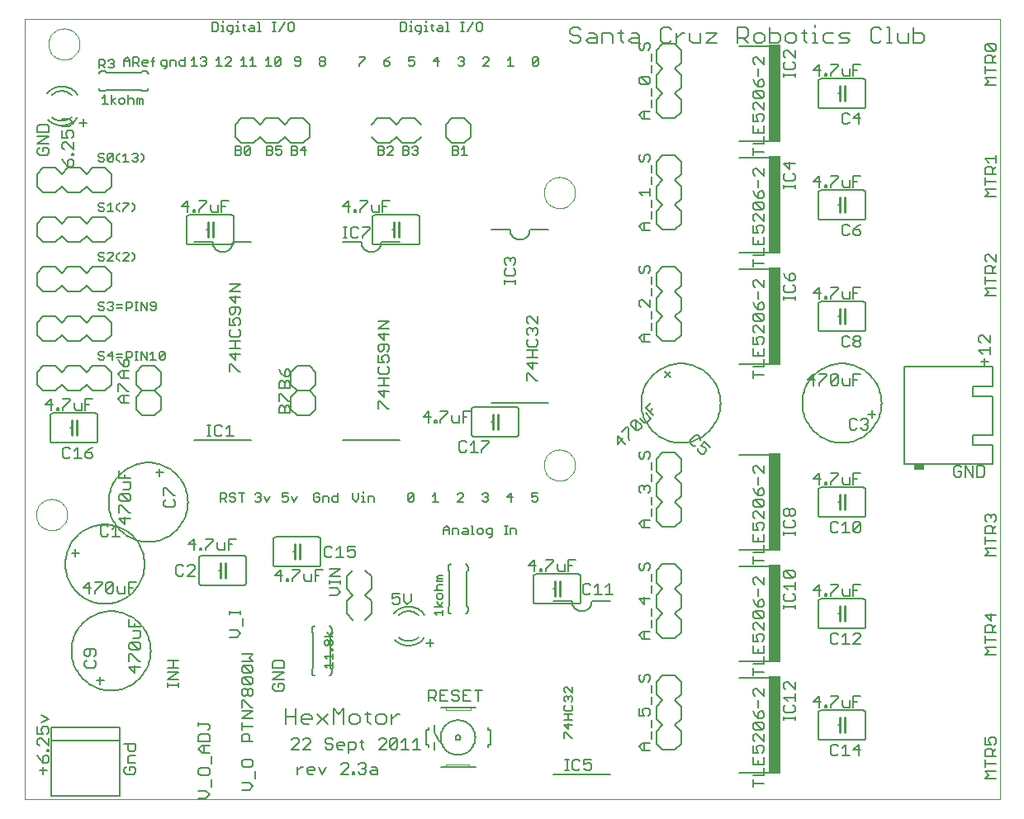
<source format=gto>
G75*
G70*
%OFA0B0*%
%FSLAX24Y24*%
%IPPOS*%
%LPD*%
%AMOC8*
5,1,8,0,0,1.08239X$1,22.5*
%
%ADD10C,0.0000*%
%ADD11C,0.0050*%
%ADD12C,0.0070*%
%ADD13C,0.0060*%
%ADD14C,0.0100*%
%ADD15R,0.0502X0.3937*%
%ADD16C,0.0080*%
%ADD17R,0.0394X0.0236*%
%ADD18C,0.0020*%
D10*
X007106Y000252D02*
X007106Y031748D01*
X046476Y031748D01*
X046476Y000252D01*
X007106Y000252D01*
X007576Y011752D02*
X007578Y011802D01*
X007584Y011852D01*
X007594Y011901D01*
X007608Y011949D01*
X007625Y011996D01*
X007646Y012041D01*
X007671Y012085D01*
X007699Y012126D01*
X007731Y012165D01*
X007765Y012202D01*
X007802Y012236D01*
X007842Y012266D01*
X007884Y012293D01*
X007928Y012317D01*
X007974Y012338D01*
X008021Y012354D01*
X008069Y012367D01*
X008119Y012376D01*
X008168Y012381D01*
X008219Y012382D01*
X008269Y012379D01*
X008318Y012372D01*
X008367Y012361D01*
X008415Y012346D01*
X008461Y012328D01*
X008506Y012306D01*
X008549Y012280D01*
X008590Y012251D01*
X008629Y012219D01*
X008665Y012184D01*
X008697Y012146D01*
X008727Y012106D01*
X008754Y012063D01*
X008777Y012019D01*
X008796Y011973D01*
X008812Y011925D01*
X008824Y011876D01*
X008832Y011827D01*
X008836Y011777D01*
X008836Y011727D01*
X008832Y011677D01*
X008824Y011628D01*
X008812Y011579D01*
X008796Y011531D01*
X008777Y011485D01*
X008754Y011441D01*
X008727Y011398D01*
X008697Y011358D01*
X008665Y011320D01*
X008629Y011285D01*
X008590Y011253D01*
X008549Y011224D01*
X008506Y011198D01*
X008461Y011176D01*
X008415Y011158D01*
X008367Y011143D01*
X008318Y011132D01*
X008269Y011125D01*
X008219Y011122D01*
X008168Y011123D01*
X008119Y011128D01*
X008069Y011137D01*
X008021Y011150D01*
X007974Y011166D01*
X007928Y011187D01*
X007884Y011211D01*
X007842Y011238D01*
X007802Y011268D01*
X007765Y011302D01*
X007731Y011339D01*
X007699Y011378D01*
X007671Y011419D01*
X007646Y011463D01*
X007625Y011508D01*
X007608Y011555D01*
X007594Y011603D01*
X007584Y011652D01*
X007578Y011702D01*
X007576Y011752D01*
X028076Y013752D02*
X028078Y013802D01*
X028084Y013852D01*
X028094Y013901D01*
X028108Y013949D01*
X028125Y013996D01*
X028146Y014041D01*
X028171Y014085D01*
X028199Y014126D01*
X028231Y014165D01*
X028265Y014202D01*
X028302Y014236D01*
X028342Y014266D01*
X028384Y014293D01*
X028428Y014317D01*
X028474Y014338D01*
X028521Y014354D01*
X028569Y014367D01*
X028619Y014376D01*
X028668Y014381D01*
X028719Y014382D01*
X028769Y014379D01*
X028818Y014372D01*
X028867Y014361D01*
X028915Y014346D01*
X028961Y014328D01*
X029006Y014306D01*
X029049Y014280D01*
X029090Y014251D01*
X029129Y014219D01*
X029165Y014184D01*
X029197Y014146D01*
X029227Y014106D01*
X029254Y014063D01*
X029277Y014019D01*
X029296Y013973D01*
X029312Y013925D01*
X029324Y013876D01*
X029332Y013827D01*
X029336Y013777D01*
X029336Y013727D01*
X029332Y013677D01*
X029324Y013628D01*
X029312Y013579D01*
X029296Y013531D01*
X029277Y013485D01*
X029254Y013441D01*
X029227Y013398D01*
X029197Y013358D01*
X029165Y013320D01*
X029129Y013285D01*
X029090Y013253D01*
X029049Y013224D01*
X029006Y013198D01*
X028961Y013176D01*
X028915Y013158D01*
X028867Y013143D01*
X028818Y013132D01*
X028769Y013125D01*
X028719Y013122D01*
X028668Y013123D01*
X028619Y013128D01*
X028569Y013137D01*
X028521Y013150D01*
X028474Y013166D01*
X028428Y013187D01*
X028384Y013211D01*
X028342Y013238D01*
X028302Y013268D01*
X028265Y013302D01*
X028231Y013339D01*
X028199Y013378D01*
X028171Y013419D01*
X028146Y013463D01*
X028125Y013508D01*
X028108Y013555D01*
X028094Y013603D01*
X028084Y013652D01*
X028078Y013702D01*
X028076Y013752D01*
X028076Y024752D02*
X028078Y024802D01*
X028084Y024852D01*
X028094Y024901D01*
X028108Y024949D01*
X028125Y024996D01*
X028146Y025041D01*
X028171Y025085D01*
X028199Y025126D01*
X028231Y025165D01*
X028265Y025202D01*
X028302Y025236D01*
X028342Y025266D01*
X028384Y025293D01*
X028428Y025317D01*
X028474Y025338D01*
X028521Y025354D01*
X028569Y025367D01*
X028619Y025376D01*
X028668Y025381D01*
X028719Y025382D01*
X028769Y025379D01*
X028818Y025372D01*
X028867Y025361D01*
X028915Y025346D01*
X028961Y025328D01*
X029006Y025306D01*
X029049Y025280D01*
X029090Y025251D01*
X029129Y025219D01*
X029165Y025184D01*
X029197Y025146D01*
X029227Y025106D01*
X029254Y025063D01*
X029277Y025019D01*
X029296Y024973D01*
X029312Y024925D01*
X029324Y024876D01*
X029332Y024827D01*
X029336Y024777D01*
X029336Y024727D01*
X029332Y024677D01*
X029324Y024628D01*
X029312Y024579D01*
X029296Y024531D01*
X029277Y024485D01*
X029254Y024441D01*
X029227Y024398D01*
X029197Y024358D01*
X029165Y024320D01*
X029129Y024285D01*
X029090Y024253D01*
X029049Y024224D01*
X029006Y024198D01*
X028961Y024176D01*
X028915Y024158D01*
X028867Y024143D01*
X028818Y024132D01*
X028769Y024125D01*
X028719Y024122D01*
X028668Y024123D01*
X028619Y024128D01*
X028569Y024137D01*
X028521Y024150D01*
X028474Y024166D01*
X028428Y024187D01*
X028384Y024211D01*
X028342Y024238D01*
X028302Y024268D01*
X028265Y024302D01*
X028231Y024339D01*
X028199Y024378D01*
X028171Y024419D01*
X028146Y024463D01*
X028125Y024508D01*
X028108Y024555D01*
X028094Y024603D01*
X028084Y024652D01*
X028078Y024702D01*
X028076Y024752D01*
X008076Y030752D02*
X008078Y030802D01*
X008084Y030852D01*
X008094Y030901D01*
X008108Y030949D01*
X008125Y030996D01*
X008146Y031041D01*
X008171Y031085D01*
X008199Y031126D01*
X008231Y031165D01*
X008265Y031202D01*
X008302Y031236D01*
X008342Y031266D01*
X008384Y031293D01*
X008428Y031317D01*
X008474Y031338D01*
X008521Y031354D01*
X008569Y031367D01*
X008619Y031376D01*
X008668Y031381D01*
X008719Y031382D01*
X008769Y031379D01*
X008818Y031372D01*
X008867Y031361D01*
X008915Y031346D01*
X008961Y031328D01*
X009006Y031306D01*
X009049Y031280D01*
X009090Y031251D01*
X009129Y031219D01*
X009165Y031184D01*
X009197Y031146D01*
X009227Y031106D01*
X009254Y031063D01*
X009277Y031019D01*
X009296Y030973D01*
X009312Y030925D01*
X009324Y030876D01*
X009332Y030827D01*
X009336Y030777D01*
X009336Y030727D01*
X009332Y030677D01*
X009324Y030628D01*
X009312Y030579D01*
X009296Y030531D01*
X009277Y030485D01*
X009254Y030441D01*
X009227Y030398D01*
X009197Y030358D01*
X009165Y030320D01*
X009129Y030285D01*
X009090Y030253D01*
X009049Y030224D01*
X009006Y030198D01*
X008961Y030176D01*
X008915Y030158D01*
X008867Y030143D01*
X008818Y030132D01*
X008769Y030125D01*
X008719Y030122D01*
X008668Y030123D01*
X008619Y030128D01*
X008569Y030137D01*
X008521Y030150D01*
X008474Y030166D01*
X008428Y030187D01*
X008384Y030211D01*
X008342Y030238D01*
X008302Y030268D01*
X008265Y030302D01*
X008231Y030339D01*
X008199Y030378D01*
X008171Y030419D01*
X008146Y030463D01*
X008125Y030508D01*
X008108Y030555D01*
X008094Y030603D01*
X008084Y030652D01*
X008078Y030702D01*
X008076Y030752D01*
D11*
X010131Y030127D02*
X010131Y029787D01*
X010131Y029900D02*
X010301Y029900D01*
X010357Y029957D01*
X010357Y030071D01*
X010301Y030127D01*
X010131Y030127D01*
X010244Y029900D02*
X010357Y029787D01*
X010490Y029844D02*
X010546Y029787D01*
X010660Y029787D01*
X010716Y029844D01*
X010716Y029900D01*
X010660Y029957D01*
X010603Y029957D01*
X010660Y029957D02*
X010716Y030014D01*
X010716Y030071D01*
X010660Y030127D01*
X010546Y030127D01*
X010490Y030071D01*
X011130Y030052D02*
X011364Y030052D01*
X011364Y030110D02*
X011364Y029877D01*
X011498Y029877D02*
X011498Y030227D01*
X011673Y030227D01*
X011732Y030169D01*
X011732Y030052D01*
X011673Y029994D01*
X011498Y029994D01*
X011615Y029994D02*
X011732Y029877D01*
X011867Y029935D02*
X011867Y030052D01*
X011925Y030110D01*
X012042Y030110D01*
X012100Y030052D01*
X012100Y029994D01*
X011867Y029994D01*
X011867Y029935D02*
X011925Y029877D01*
X012042Y029877D01*
X012293Y029877D02*
X012293Y030169D01*
X012352Y030227D01*
X012352Y030052D02*
X012235Y030052D01*
X012626Y030052D02*
X012626Y029935D01*
X012684Y029877D01*
X012859Y029877D01*
X012859Y029819D02*
X012859Y030110D01*
X012684Y030110D01*
X012626Y030052D01*
X012742Y029760D02*
X012801Y029760D01*
X012859Y029819D01*
X012994Y029877D02*
X012994Y030110D01*
X013169Y030110D01*
X013227Y030052D01*
X013227Y029877D01*
X013362Y029935D02*
X013362Y030052D01*
X013421Y030110D01*
X013596Y030110D01*
X013596Y030227D02*
X013596Y029877D01*
X013421Y029877D01*
X013362Y029935D01*
X013844Y029877D02*
X014077Y029877D01*
X013961Y029877D02*
X013961Y030227D01*
X013844Y030110D01*
X014212Y030169D02*
X014271Y030227D01*
X014387Y030227D01*
X014446Y030169D01*
X014446Y030110D01*
X014387Y030052D01*
X014446Y029994D01*
X014446Y029935D01*
X014387Y029877D01*
X014271Y029877D01*
X014212Y029935D01*
X014329Y030052D02*
X014387Y030052D01*
X014844Y030110D02*
X014961Y030227D01*
X014961Y029877D01*
X015077Y029877D02*
X014844Y029877D01*
X015212Y029877D02*
X015446Y030110D01*
X015446Y030169D01*
X015387Y030227D01*
X015271Y030227D01*
X015212Y030169D01*
X015212Y029877D02*
X015446Y029877D01*
X015844Y029877D02*
X016077Y029877D01*
X015961Y029877D02*
X015961Y030227D01*
X015844Y030110D01*
X016212Y030110D02*
X016329Y030227D01*
X016329Y029877D01*
X016212Y029877D02*
X016446Y029877D01*
X016844Y029877D02*
X017077Y029877D01*
X016961Y029877D02*
X016961Y030227D01*
X016844Y030110D01*
X017212Y030169D02*
X017271Y030227D01*
X017387Y030227D01*
X017446Y030169D01*
X017212Y029935D01*
X017271Y029877D01*
X017387Y029877D01*
X017446Y029935D01*
X017446Y030169D01*
X017212Y030169D02*
X017212Y029935D01*
X018012Y029935D02*
X018071Y029877D01*
X018187Y029877D01*
X018246Y029935D01*
X018246Y030169D01*
X018187Y030227D01*
X018071Y030227D01*
X018012Y030169D01*
X018012Y030110D01*
X018071Y030052D01*
X018246Y030052D01*
X019012Y029994D02*
X019012Y029935D01*
X019071Y029877D01*
X019187Y029877D01*
X019246Y029935D01*
X019246Y029994D01*
X019187Y030052D01*
X019071Y030052D01*
X019012Y030110D01*
X019012Y030169D01*
X019071Y030227D01*
X019187Y030227D01*
X019246Y030169D01*
X019246Y030110D01*
X019187Y030052D01*
X019071Y030052D02*
X019012Y029994D01*
X020612Y029935D02*
X020612Y029877D01*
X020612Y029935D02*
X020846Y030169D01*
X020846Y030227D01*
X020612Y030227D01*
X021612Y030052D02*
X021612Y029935D01*
X021671Y029877D01*
X021787Y029877D01*
X021846Y029935D01*
X021846Y029994D01*
X021787Y030052D01*
X021612Y030052D01*
X021729Y030169D01*
X021846Y030227D01*
X022612Y030227D02*
X022612Y030052D01*
X022729Y030110D01*
X022787Y030110D01*
X022846Y030052D01*
X022846Y029935D01*
X022787Y029877D01*
X022671Y029877D01*
X022612Y029935D01*
X022612Y030227D02*
X022846Y030227D01*
X023612Y030052D02*
X023846Y030052D01*
X023787Y029877D02*
X023787Y030227D01*
X023612Y030052D01*
X024612Y029935D02*
X024671Y029877D01*
X024787Y029877D01*
X024846Y029935D01*
X024846Y029994D01*
X024787Y030052D01*
X024729Y030052D01*
X024787Y030052D02*
X024846Y030110D01*
X024846Y030169D01*
X024787Y030227D01*
X024671Y030227D01*
X024612Y030169D01*
X025612Y030169D02*
X025671Y030227D01*
X025787Y030227D01*
X025846Y030169D01*
X025846Y030110D01*
X025612Y029877D01*
X025846Y029877D01*
X026612Y029877D02*
X026846Y029877D01*
X026729Y029877D02*
X026729Y030227D01*
X026612Y030110D01*
X027612Y030169D02*
X027612Y029935D01*
X027846Y030169D01*
X027846Y029935D01*
X027787Y029877D01*
X027671Y029877D01*
X027612Y029935D01*
X027612Y030169D02*
X027671Y030227D01*
X027787Y030227D01*
X027846Y030169D01*
X025583Y031335D02*
X025583Y031569D01*
X025525Y031627D01*
X025408Y031627D01*
X025350Y031569D01*
X025350Y031335D01*
X025408Y031277D01*
X025525Y031277D01*
X025583Y031335D01*
X025215Y031627D02*
X024981Y031277D01*
X024853Y031277D02*
X024736Y031277D01*
X024794Y031277D02*
X024794Y031627D01*
X024736Y031627D02*
X024853Y031627D01*
X024180Y031627D02*
X024180Y031277D01*
X024122Y031277D02*
X024239Y031277D01*
X023987Y031277D02*
X023812Y031277D01*
X023754Y031335D01*
X023812Y031394D01*
X023987Y031394D01*
X023987Y031452D02*
X023987Y031277D01*
X023987Y031452D02*
X023929Y031510D01*
X023812Y031510D01*
X023625Y031510D02*
X023508Y031510D01*
X023566Y031569D02*
X023566Y031335D01*
X023625Y031277D01*
X023379Y031277D02*
X023263Y031277D01*
X023321Y031277D02*
X023321Y031510D01*
X023263Y031510D01*
X023321Y031627D02*
X023321Y031686D01*
X023128Y031510D02*
X022953Y031510D01*
X022894Y031452D01*
X022894Y031335D01*
X022953Y031277D01*
X023128Y031277D01*
X023128Y031219D02*
X023128Y031510D01*
X023128Y031219D02*
X023069Y031160D01*
X023011Y031160D01*
X022766Y031277D02*
X022649Y031277D01*
X022707Y031277D02*
X022707Y031510D01*
X022649Y031510D01*
X022707Y031627D02*
X022707Y031686D01*
X022514Y031569D02*
X022456Y031627D01*
X022281Y031627D01*
X022281Y031277D01*
X022456Y031277D01*
X022514Y031335D01*
X022514Y031569D01*
X024122Y031627D02*
X024180Y031627D01*
X017983Y031569D02*
X017925Y031627D01*
X017808Y031627D01*
X017750Y031569D01*
X017750Y031335D01*
X017808Y031277D01*
X017925Y031277D01*
X017983Y031335D01*
X017983Y031569D01*
X017615Y031627D02*
X017381Y031277D01*
X017253Y031277D02*
X017136Y031277D01*
X017194Y031277D02*
X017194Y031627D01*
X017136Y031627D02*
X017253Y031627D01*
X016580Y031627D02*
X016580Y031277D01*
X016522Y031277D02*
X016639Y031277D01*
X016387Y031277D02*
X016212Y031277D01*
X016154Y031335D01*
X016212Y031394D01*
X016387Y031394D01*
X016387Y031452D02*
X016387Y031277D01*
X016387Y031452D02*
X016329Y031510D01*
X016212Y031510D01*
X016025Y031510D02*
X015908Y031510D01*
X015966Y031569D02*
X015966Y031335D01*
X016025Y031277D01*
X015779Y031277D02*
X015663Y031277D01*
X015721Y031277D02*
X015721Y031510D01*
X015663Y031510D01*
X015721Y031627D02*
X015721Y031686D01*
X015528Y031510D02*
X015353Y031510D01*
X015294Y031452D01*
X015294Y031335D01*
X015353Y031277D01*
X015528Y031277D01*
X015528Y031219D02*
X015528Y031510D01*
X015528Y031219D02*
X015469Y031160D01*
X015411Y031160D01*
X015166Y031277D02*
X015049Y031277D01*
X015107Y031277D02*
X015107Y031510D01*
X015049Y031510D01*
X015107Y031627D02*
X015107Y031686D01*
X014914Y031569D02*
X014856Y031627D01*
X014681Y031627D01*
X014681Y031277D01*
X014856Y031277D01*
X014914Y031335D01*
X014914Y031569D01*
X016522Y031627D02*
X016580Y031627D01*
X011886Y028512D02*
X011886Y028337D01*
X011769Y028337D02*
X011769Y028512D01*
X011827Y028570D01*
X011886Y028512D01*
X011769Y028512D02*
X011711Y028570D01*
X011652Y028570D01*
X011652Y028337D01*
X011518Y028337D02*
X011518Y028512D01*
X011459Y028570D01*
X011342Y028570D01*
X011284Y028512D01*
X011149Y028512D02*
X011091Y028570D01*
X010974Y028570D01*
X010916Y028512D01*
X010916Y028395D01*
X010974Y028337D01*
X011091Y028337D01*
X011149Y028395D01*
X011149Y028512D01*
X011284Y028687D02*
X011284Y028337D01*
X010784Y028337D02*
X010609Y028454D01*
X010784Y028570D01*
X010609Y028687D02*
X010609Y028337D01*
X010474Y028337D02*
X010241Y028337D01*
X010357Y028337D02*
X010357Y028687D01*
X010241Y028570D01*
X009486Y027732D02*
X009486Y027422D01*
X009626Y027572D02*
X009336Y027572D01*
X009081Y027567D02*
X008930Y027416D01*
X008630Y027416D01*
X008630Y027256D02*
X008630Y026956D01*
X008855Y026956D01*
X008780Y027106D01*
X008780Y027181D01*
X008855Y027256D01*
X009005Y027256D01*
X009081Y027181D01*
X009081Y027031D01*
X009005Y026956D01*
X009081Y026796D02*
X009081Y026496D01*
X008780Y026796D01*
X008705Y026796D01*
X008630Y026721D01*
X008630Y026571D01*
X008705Y026496D01*
X009005Y026341D02*
X009081Y026341D01*
X009081Y026266D01*
X009005Y026266D01*
X009005Y026341D01*
X009005Y026105D02*
X008930Y026105D01*
X008855Y026030D01*
X008855Y025805D01*
X009005Y025805D01*
X009081Y025880D01*
X009081Y026030D01*
X009005Y026105D01*
X008705Y025955D02*
X008855Y025805D01*
X008705Y025955D02*
X008630Y026105D01*
X008081Y026352D02*
X008081Y026502D01*
X008005Y026577D01*
X007855Y026577D01*
X007855Y026427D01*
X007705Y026277D02*
X008005Y026277D01*
X008081Y026352D01*
X007705Y026277D02*
X007630Y026352D01*
X007630Y026502D01*
X007705Y026577D01*
X007630Y026737D02*
X008081Y027038D01*
X007630Y027038D01*
X007630Y027198D02*
X007630Y027423D01*
X007705Y027498D01*
X008005Y027498D01*
X008081Y027423D01*
X008081Y027198D01*
X007630Y027198D01*
X007630Y026737D02*
X008081Y026737D01*
X008630Y027717D02*
X008930Y027717D01*
X009081Y027567D01*
X010159Y026347D02*
X010101Y026289D01*
X010101Y026230D01*
X010159Y026172D01*
X010276Y026172D01*
X010334Y026114D01*
X010334Y026055D01*
X010276Y025997D01*
X010159Y025997D01*
X010101Y026055D01*
X010159Y026347D02*
X010276Y026347D01*
X010334Y026289D01*
X010469Y026289D02*
X010527Y026347D01*
X010644Y026347D01*
X010702Y026289D01*
X010469Y026055D01*
X010527Y025997D01*
X010644Y025997D01*
X010702Y026055D01*
X010702Y026289D01*
X010837Y026230D02*
X010837Y026114D01*
X010954Y025997D01*
X011083Y025997D02*
X011316Y025997D01*
X011199Y025997D02*
X011199Y026347D01*
X011083Y026230D01*
X010954Y026347D02*
X010837Y026230D01*
X010469Y026289D02*
X010469Y026055D01*
X011451Y026055D02*
X011509Y025997D01*
X011626Y025997D01*
X011684Y026055D01*
X011684Y026114D01*
X011626Y026172D01*
X011568Y026172D01*
X011626Y026172D02*
X011684Y026230D01*
X011684Y026289D01*
X011626Y026347D01*
X011509Y026347D01*
X011451Y026289D01*
X011819Y026347D02*
X011936Y026230D01*
X011936Y026114D01*
X011819Y025997D01*
X011451Y024347D02*
X011568Y024230D01*
X011568Y024114D01*
X011451Y023997D01*
X011316Y024289D02*
X011083Y024055D01*
X011083Y023997D01*
X010954Y023997D02*
X010837Y024114D01*
X010837Y024230D01*
X010954Y024347D01*
X011083Y024347D02*
X011316Y024347D01*
X011316Y024289D01*
X010702Y023997D02*
X010469Y023997D01*
X010586Y023997D02*
X010586Y024347D01*
X010469Y024230D01*
X010334Y024289D02*
X010276Y024347D01*
X010159Y024347D01*
X010101Y024289D01*
X010101Y024230D01*
X010159Y024172D01*
X010276Y024172D01*
X010334Y024114D01*
X010334Y024055D01*
X010276Y023997D01*
X010159Y023997D01*
X010101Y024055D01*
X010159Y022347D02*
X010101Y022289D01*
X010101Y022230D01*
X010159Y022172D01*
X010276Y022172D01*
X010334Y022114D01*
X010334Y022055D01*
X010276Y021997D01*
X010159Y021997D01*
X010101Y022055D01*
X010159Y022347D02*
X010276Y022347D01*
X010334Y022289D01*
X010469Y022289D02*
X010527Y022347D01*
X010644Y022347D01*
X010702Y022289D01*
X010702Y022230D01*
X010469Y021997D01*
X010702Y021997D01*
X010837Y022114D02*
X010837Y022230D01*
X010954Y022347D01*
X011083Y022289D02*
X011141Y022347D01*
X011258Y022347D01*
X011316Y022289D01*
X011316Y022230D01*
X011083Y021997D01*
X011316Y021997D01*
X011451Y021997D02*
X011568Y022114D01*
X011568Y022230D01*
X011451Y022347D01*
X010954Y021997D02*
X010837Y022114D01*
X010644Y020347D02*
X010702Y020289D01*
X010702Y020230D01*
X010644Y020172D01*
X010702Y020114D01*
X010702Y020055D01*
X010644Y019997D01*
X010527Y019997D01*
X010469Y020055D01*
X010334Y020055D02*
X010276Y019997D01*
X010159Y019997D01*
X010101Y020055D01*
X010159Y020172D02*
X010276Y020172D01*
X010334Y020114D01*
X010334Y020055D01*
X010159Y020172D02*
X010101Y020230D01*
X010101Y020289D01*
X010159Y020347D01*
X010276Y020347D01*
X010334Y020289D01*
X010469Y020289D02*
X010527Y020347D01*
X010644Y020347D01*
X010644Y020172D02*
X010586Y020172D01*
X010837Y020114D02*
X011071Y020114D01*
X011071Y020230D02*
X010837Y020230D01*
X011205Y020114D02*
X011381Y020114D01*
X011439Y020172D01*
X011439Y020289D01*
X011381Y020347D01*
X011205Y020347D01*
X011205Y019997D01*
X011574Y019997D02*
X011690Y019997D01*
X011632Y019997D02*
X011632Y020347D01*
X011574Y020347D02*
X011690Y020347D01*
X011819Y020347D02*
X012053Y019997D01*
X012053Y020347D01*
X012188Y020289D02*
X012188Y020230D01*
X012246Y020172D01*
X012421Y020172D01*
X012421Y020055D02*
X012421Y020289D01*
X012363Y020347D01*
X012246Y020347D01*
X012188Y020289D01*
X012188Y020055D02*
X012246Y019997D01*
X012363Y019997D01*
X012421Y020055D01*
X011819Y019997D02*
X011819Y020347D01*
X011819Y018347D02*
X012053Y017997D01*
X012053Y018347D01*
X012188Y018230D02*
X012304Y018347D01*
X012304Y017997D01*
X012188Y017997D02*
X012421Y017997D01*
X012556Y018055D02*
X012789Y018289D01*
X012789Y018055D01*
X012731Y017997D01*
X012614Y017997D01*
X012556Y018055D01*
X012556Y018289D01*
X012614Y018347D01*
X012731Y018347D01*
X012789Y018289D01*
X011819Y018347D02*
X011819Y017997D01*
X011690Y017997D02*
X011574Y017997D01*
X011632Y017997D02*
X011632Y018347D01*
X011574Y018347D02*
X011690Y018347D01*
X011439Y018289D02*
X011439Y018172D01*
X011381Y018114D01*
X011205Y018114D01*
X011180Y018038D02*
X011255Y018038D01*
X011331Y017962D01*
X011331Y017812D01*
X011255Y017737D01*
X011105Y017737D01*
X011105Y017962D01*
X011180Y018038D01*
X011205Y017997D02*
X011205Y018347D01*
X011381Y018347D01*
X011439Y018289D01*
X011071Y018230D02*
X010837Y018230D01*
X010837Y018114D02*
X011071Y018114D01*
X010880Y018038D02*
X010955Y017887D01*
X011105Y017737D01*
X011105Y017577D02*
X011105Y017277D01*
X011030Y017277D02*
X010880Y017427D01*
X011030Y017577D01*
X011331Y017577D01*
X011331Y017277D02*
X011030Y017277D01*
X010955Y017038D02*
X011255Y016737D01*
X011331Y016737D01*
X011331Y016577D02*
X011030Y016577D01*
X010880Y016427D01*
X011030Y016277D01*
X011331Y016277D01*
X011105Y016277D02*
X011105Y016577D01*
X010880Y016737D02*
X010880Y017038D01*
X010955Y017038D01*
X009870Y016427D02*
X009570Y016427D01*
X009570Y015977D01*
X009410Y015977D02*
X009410Y016277D01*
X009570Y016202D02*
X009720Y016202D01*
X009410Y015977D02*
X009185Y015977D01*
X009110Y016052D01*
X009110Y016277D01*
X008950Y016352D02*
X008649Y016052D01*
X008649Y015977D01*
X008494Y015977D02*
X008419Y015977D01*
X008419Y016052D01*
X008494Y016052D01*
X008494Y015977D01*
X008184Y015977D02*
X008184Y016427D01*
X007959Y016202D01*
X008259Y016202D01*
X008649Y016427D02*
X008950Y016427D01*
X008950Y016352D01*
X010159Y017997D02*
X010101Y018055D01*
X010159Y017997D02*
X010276Y017997D01*
X010334Y018055D01*
X010334Y018114D01*
X010276Y018172D01*
X010159Y018172D01*
X010101Y018230D01*
X010101Y018289D01*
X010159Y018347D01*
X010276Y018347D01*
X010334Y018289D01*
X010469Y018172D02*
X010644Y018347D01*
X010644Y017997D01*
X010702Y018172D02*
X010469Y018172D01*
X014481Y015377D02*
X014631Y015377D01*
X014556Y015377D02*
X014556Y014927D01*
X014481Y014927D02*
X014631Y014927D01*
X014787Y015002D02*
X014862Y014927D01*
X015013Y014927D01*
X015088Y015002D01*
X015248Y014927D02*
X015548Y014927D01*
X015398Y014927D02*
X015398Y015377D01*
X015248Y015227D01*
X015088Y015302D02*
X015013Y015377D01*
X014862Y015377D01*
X014787Y015302D01*
X014787Y015002D01*
X017380Y015856D02*
X017380Y016081D01*
X017455Y016156D01*
X017530Y016156D01*
X017605Y016081D01*
X017605Y015856D01*
X017380Y015856D02*
X017831Y015856D01*
X017831Y016081D01*
X017755Y016156D01*
X017680Y016156D01*
X017605Y016081D01*
X017755Y016317D02*
X017831Y016317D01*
X017755Y016317D02*
X017455Y016617D01*
X017380Y016617D01*
X017380Y016317D01*
X017380Y016856D02*
X017380Y017081D01*
X017455Y017156D01*
X017530Y017156D01*
X017605Y017081D01*
X017605Y016856D01*
X017380Y016856D02*
X017831Y016856D01*
X017831Y017081D01*
X017755Y017156D01*
X017680Y017156D01*
X017605Y017081D01*
X017605Y017317D02*
X017605Y017542D01*
X017680Y017617D01*
X017755Y017617D01*
X017831Y017542D01*
X017831Y017392D01*
X017755Y017317D01*
X017605Y017317D01*
X017455Y017467D01*
X017380Y017617D01*
X015831Y017544D02*
X015755Y017544D01*
X015455Y017844D01*
X015380Y017844D01*
X015380Y017544D01*
X015605Y018004D02*
X015605Y018304D01*
X015605Y018465D02*
X015605Y018765D01*
X015455Y018925D02*
X015380Y019000D01*
X015380Y019150D01*
X015455Y019225D01*
X015380Y019385D02*
X015605Y019385D01*
X015530Y019535D01*
X015530Y019610D01*
X015605Y019686D01*
X015755Y019686D01*
X015831Y019610D01*
X015831Y019460D01*
X015755Y019385D01*
X015755Y019225D02*
X015831Y019150D01*
X015831Y019000D01*
X015755Y018925D01*
X015455Y018925D01*
X015380Y018765D02*
X015831Y018765D01*
X015831Y018465D02*
X015380Y018465D01*
X015380Y018229D02*
X015605Y018004D01*
X015831Y018229D02*
X015380Y018229D01*
X015380Y019385D02*
X015380Y019686D01*
X015455Y019846D02*
X015380Y019921D01*
X015380Y020071D01*
X015455Y020146D01*
X015755Y020146D01*
X015831Y020071D01*
X015831Y019921D01*
X015755Y019846D01*
X015605Y019921D02*
X015605Y020146D01*
X015605Y020306D02*
X015605Y020606D01*
X015380Y020531D02*
X015831Y020531D01*
X015831Y020766D02*
X015380Y020766D01*
X015831Y021067D01*
X015380Y021067D01*
X015380Y020531D02*
X015605Y020306D01*
X015605Y019921D02*
X015530Y019846D01*
X015455Y019846D01*
X019981Y022927D02*
X020131Y022927D01*
X020056Y022927D02*
X020056Y023377D01*
X019981Y023377D02*
X020131Y023377D01*
X020287Y023302D02*
X020287Y023002D01*
X020362Y022927D01*
X020513Y022927D01*
X020588Y023002D01*
X020748Y023002D02*
X020748Y022927D01*
X020748Y023002D02*
X021048Y023302D01*
X021048Y023377D01*
X020748Y023377D01*
X020588Y023302D02*
X020513Y023377D01*
X020362Y023377D01*
X020287Y023302D01*
X020184Y023977D02*
X020184Y024427D01*
X019959Y024202D01*
X020259Y024202D01*
X020419Y024052D02*
X020494Y024052D01*
X020494Y023977D01*
X020419Y023977D01*
X020419Y024052D01*
X020649Y024052D02*
X020950Y024352D01*
X020950Y024427D01*
X020649Y024427D01*
X020649Y024052D02*
X020649Y023977D01*
X021110Y024052D02*
X021110Y024277D01*
X021110Y024052D02*
X021185Y023977D01*
X021410Y023977D01*
X021410Y024277D01*
X021570Y024202D02*
X021720Y024202D01*
X021570Y023977D02*
X021570Y024427D01*
X021870Y024427D01*
X021982Y026277D02*
X021749Y026277D01*
X021982Y026510D01*
X021982Y026569D01*
X021924Y026627D01*
X021807Y026627D01*
X021749Y026569D01*
X021614Y026569D02*
X021614Y026510D01*
X021556Y026452D01*
X021381Y026452D01*
X021556Y026452D02*
X021614Y026394D01*
X021614Y026335D01*
X021556Y026277D01*
X021381Y026277D01*
X021381Y026627D01*
X021556Y026627D01*
X021614Y026569D01*
X022381Y026627D02*
X022381Y026277D01*
X022556Y026277D01*
X022614Y026335D01*
X022614Y026394D01*
X022556Y026452D01*
X022381Y026452D01*
X022556Y026452D02*
X022614Y026510D01*
X022614Y026569D01*
X022556Y026627D01*
X022381Y026627D01*
X022749Y026569D02*
X022807Y026627D01*
X022924Y026627D01*
X022982Y026569D01*
X022982Y026510D01*
X022924Y026452D01*
X022982Y026394D01*
X022982Y026335D01*
X022924Y026277D01*
X022807Y026277D01*
X022749Y026335D01*
X022866Y026452D02*
X022924Y026452D01*
X024381Y026452D02*
X024556Y026452D01*
X024614Y026394D01*
X024614Y026335D01*
X024556Y026277D01*
X024381Y026277D01*
X024381Y026627D01*
X024556Y026627D01*
X024614Y026569D01*
X024614Y026510D01*
X024556Y026452D01*
X024749Y026510D02*
X024866Y026627D01*
X024866Y026277D01*
X024982Y026277D02*
X024749Y026277D01*
X026555Y022144D02*
X026630Y022144D01*
X026705Y022069D01*
X026780Y022144D01*
X026855Y022144D01*
X026931Y022069D01*
X026931Y021919D01*
X026855Y021844D01*
X026855Y021684D02*
X026931Y021609D01*
X026931Y021459D01*
X026855Y021384D01*
X026555Y021384D01*
X026480Y021459D01*
X026480Y021609D01*
X026555Y021684D01*
X026555Y021844D02*
X026480Y021919D01*
X026480Y022069D01*
X026555Y022144D01*
X026705Y022069D02*
X026705Y021994D01*
X026480Y021227D02*
X026480Y021077D01*
X026480Y021152D02*
X026931Y021152D01*
X026931Y021077D02*
X026931Y021227D01*
X027455Y019767D02*
X027380Y019692D01*
X027380Y019541D01*
X027455Y019466D01*
X027455Y019306D02*
X027530Y019306D01*
X027605Y019231D01*
X027680Y019306D01*
X027755Y019306D01*
X027831Y019231D01*
X027831Y019081D01*
X027755Y019006D01*
X027755Y018846D02*
X027831Y018771D01*
X027831Y018621D01*
X027755Y018546D01*
X027455Y018546D01*
X027380Y018621D01*
X027380Y018771D01*
X027455Y018846D01*
X027455Y019006D02*
X027380Y019081D01*
X027380Y019231D01*
X027455Y019306D01*
X027605Y019231D02*
X027605Y019156D01*
X027831Y019466D02*
X027530Y019767D01*
X027455Y019767D01*
X027831Y019767D02*
X027831Y019466D01*
X027831Y018386D02*
X027380Y018386D01*
X027605Y018386D02*
X027605Y018085D01*
X027605Y017925D02*
X027605Y017625D01*
X027380Y017850D01*
X027831Y017850D01*
X027831Y018085D02*
X027380Y018085D01*
X027380Y017465D02*
X027455Y017465D01*
X027755Y017165D01*
X027831Y017165D01*
X027380Y017165D02*
X027380Y017465D01*
X025120Y015927D02*
X024820Y015927D01*
X024820Y015477D01*
X024660Y015477D02*
X024660Y015777D01*
X024820Y015702D02*
X024970Y015702D01*
X024660Y015477D02*
X024435Y015477D01*
X024360Y015552D01*
X024360Y015777D01*
X024200Y015852D02*
X023899Y015552D01*
X023899Y015477D01*
X023744Y015477D02*
X023669Y015477D01*
X023669Y015552D01*
X023744Y015552D01*
X023744Y015477D01*
X023434Y015477D02*
X023434Y015927D01*
X023209Y015702D01*
X023509Y015702D01*
X023899Y015927D02*
X024200Y015927D01*
X024200Y015852D01*
X024724Y014727D02*
X024649Y014652D01*
X024649Y014352D01*
X024724Y014277D01*
X024875Y014277D01*
X024950Y014352D01*
X025110Y014277D02*
X025410Y014277D01*
X025260Y014277D02*
X025260Y014727D01*
X025110Y014577D01*
X024950Y014652D02*
X024875Y014727D01*
X024724Y014727D01*
X025570Y014727D02*
X025870Y014727D01*
X025870Y014652D01*
X025570Y014352D01*
X025570Y014277D01*
X025639Y012627D02*
X025756Y012627D01*
X025814Y012569D01*
X025814Y012510D01*
X025756Y012452D01*
X025814Y012394D01*
X025814Y012335D01*
X025756Y012277D01*
X025639Y012277D01*
X025581Y012335D01*
X025697Y012452D02*
X025756Y012452D01*
X025581Y012569D02*
X025639Y012627D01*
X024814Y012569D02*
X024756Y012627D01*
X024639Y012627D01*
X024581Y012569D01*
X024814Y012569D02*
X024814Y012510D01*
X024581Y012277D01*
X024814Y012277D01*
X023814Y012277D02*
X023581Y012277D01*
X023697Y012277D02*
X023697Y012627D01*
X023581Y012510D01*
X022814Y012569D02*
X022581Y012335D01*
X022639Y012277D01*
X022756Y012277D01*
X022814Y012335D01*
X022814Y012569D01*
X022756Y012627D01*
X022639Y012627D01*
X022581Y012569D01*
X022581Y012335D01*
X021210Y012277D02*
X021210Y012452D01*
X021151Y012510D01*
X020976Y012510D01*
X020976Y012277D01*
X020848Y012277D02*
X020731Y012277D01*
X020789Y012277D02*
X020789Y012510D01*
X020731Y012510D01*
X020789Y012627D02*
X020789Y012686D01*
X020596Y012627D02*
X020596Y012394D01*
X020479Y012277D01*
X020363Y012394D01*
X020363Y012627D01*
X019755Y012627D02*
X019755Y012277D01*
X019579Y012277D01*
X019521Y012335D01*
X019521Y012452D01*
X019579Y012510D01*
X019755Y012510D01*
X019386Y012452D02*
X019386Y012277D01*
X019386Y012452D02*
X019328Y012510D01*
X019153Y012510D01*
X019153Y012277D01*
X019018Y012335D02*
X019018Y012452D01*
X018901Y012452D01*
X018784Y012569D02*
X018784Y012335D01*
X018843Y012277D01*
X018960Y012277D01*
X019018Y012335D01*
X019018Y012569D02*
X018960Y012627D01*
X018843Y012627D01*
X018784Y012569D01*
X018114Y012510D02*
X017998Y012277D01*
X017881Y012510D01*
X017746Y012452D02*
X017746Y012335D01*
X017688Y012277D01*
X017571Y012277D01*
X017513Y012335D01*
X017513Y012452D02*
X017629Y012510D01*
X017688Y012510D01*
X017746Y012452D01*
X017746Y012627D02*
X017513Y012627D01*
X017513Y012452D01*
X017014Y012510D02*
X016898Y012277D01*
X016781Y012510D01*
X016646Y012510D02*
X016588Y012452D01*
X016646Y012394D01*
X016646Y012335D01*
X016588Y012277D01*
X016471Y012277D01*
X016413Y012335D01*
X016529Y012452D02*
X016588Y012452D01*
X016646Y012510D02*
X016646Y012569D01*
X016588Y012627D01*
X016471Y012627D01*
X016413Y012569D01*
X015997Y012627D02*
X015763Y012627D01*
X015880Y012627D02*
X015880Y012277D01*
X015628Y012335D02*
X015570Y012277D01*
X015453Y012277D01*
X015395Y012335D01*
X015453Y012452D02*
X015395Y012510D01*
X015395Y012569D01*
X015453Y012627D01*
X015570Y012627D01*
X015628Y012569D01*
X015570Y012452D02*
X015628Y012394D01*
X015628Y012335D01*
X015570Y012452D02*
X015453Y012452D01*
X015260Y012452D02*
X015202Y012394D01*
X015027Y012394D01*
X015143Y012394D02*
X015260Y012277D01*
X015260Y012452D02*
X015260Y012569D01*
X015202Y012627D01*
X015027Y012627D01*
X015027Y012277D01*
X013181Y012281D02*
X013105Y012356D01*
X013181Y012281D02*
X013181Y012131D01*
X013105Y012056D01*
X012805Y012056D01*
X012730Y012131D01*
X012730Y012281D01*
X012805Y012356D01*
X012730Y012517D02*
X012730Y012817D01*
X012805Y012817D01*
X013105Y012517D01*
X013181Y012517D01*
X011381Y012521D02*
X011381Y012371D01*
X011305Y012296D01*
X011005Y012596D01*
X011305Y012596D01*
X011381Y012521D01*
X011305Y012296D02*
X011005Y012296D01*
X010930Y012371D01*
X010930Y012521D01*
X011005Y012596D01*
X011080Y012756D02*
X011305Y012756D01*
X011381Y012831D01*
X011381Y013056D01*
X011080Y013056D01*
X011155Y013216D02*
X011155Y013367D01*
X010930Y013216D02*
X010930Y013517D01*
X010930Y013216D02*
X011381Y013216D01*
X011005Y012136D02*
X011305Y011835D01*
X011381Y011835D01*
X011381Y011600D02*
X010930Y011600D01*
X011155Y011375D01*
X011155Y011675D01*
X010930Y011835D02*
X010930Y012136D01*
X011005Y012136D01*
X010791Y011327D02*
X010641Y011177D01*
X010481Y011252D02*
X010406Y011327D01*
X010256Y011327D01*
X010181Y011252D01*
X010181Y010952D01*
X010256Y010877D01*
X010406Y010877D01*
X010481Y010952D01*
X010641Y010877D02*
X010941Y010877D01*
X010791Y010877D02*
X010791Y011327D01*
X013231Y009652D02*
X013231Y009352D01*
X013306Y009277D01*
X013456Y009277D01*
X013531Y009352D01*
X013691Y009277D02*
X013991Y009577D01*
X013991Y009652D01*
X013916Y009727D01*
X013766Y009727D01*
X013691Y009652D01*
X013531Y009652D02*
X013456Y009727D01*
X013306Y009727D01*
X013231Y009652D01*
X013691Y009277D02*
X013991Y009277D01*
X013956Y010327D02*
X013956Y010777D01*
X013731Y010552D01*
X014031Y010552D01*
X014191Y010402D02*
X014266Y010402D01*
X014266Y010327D01*
X014191Y010327D01*
X014191Y010402D01*
X014421Y010402D02*
X014421Y010327D01*
X014421Y010402D02*
X014721Y010702D01*
X014721Y010777D01*
X014421Y010777D01*
X014881Y010627D02*
X014881Y010402D01*
X014956Y010327D01*
X015182Y010327D01*
X015182Y010627D01*
X015342Y010552D02*
X015492Y010552D01*
X015342Y010327D02*
X015342Y010777D01*
X015642Y010777D01*
X017231Y009302D02*
X017531Y009302D01*
X017691Y009152D02*
X017766Y009152D01*
X017766Y009077D01*
X017691Y009077D01*
X017691Y009152D01*
X017921Y009152D02*
X017921Y009077D01*
X017921Y009152D02*
X018221Y009452D01*
X018221Y009527D01*
X017921Y009527D01*
X017456Y009527D02*
X017456Y009077D01*
X017231Y009302D02*
X017456Y009527D01*
X018381Y009377D02*
X018381Y009152D01*
X018456Y009077D01*
X018682Y009077D01*
X018682Y009377D01*
X018842Y009302D02*
X018992Y009302D01*
X018842Y009077D02*
X018842Y009527D01*
X019142Y009527D01*
X019410Y009564D02*
X019861Y009564D01*
X019410Y009264D01*
X019861Y009264D01*
X019861Y009107D02*
X019861Y008957D01*
X019861Y009032D02*
X019410Y009032D01*
X019410Y008957D02*
X019410Y009107D01*
X019410Y008797D02*
X019710Y008797D01*
X019861Y008647D01*
X019710Y008497D01*
X019410Y008497D01*
X019334Y006988D02*
X019447Y006818D01*
X019561Y006988D01*
X019561Y006818D02*
X019220Y006818D01*
X019277Y006685D02*
X019334Y006685D01*
X019390Y006629D01*
X019390Y006515D01*
X019334Y006459D01*
X019277Y006459D01*
X019220Y006515D01*
X019220Y006629D01*
X019277Y006685D01*
X019390Y006629D02*
X019447Y006685D01*
X019504Y006685D01*
X019561Y006629D01*
X019561Y006515D01*
X019504Y006459D01*
X019447Y006459D01*
X019390Y006515D01*
X019504Y006336D02*
X019561Y006336D01*
X019561Y006279D01*
X019504Y006279D01*
X019504Y006336D01*
X019561Y006147D02*
X019561Y005920D01*
X019561Y006033D02*
X019220Y006033D01*
X019334Y005920D01*
X019561Y005788D02*
X019561Y005561D01*
X019561Y005674D02*
X019220Y005674D01*
X019334Y005561D01*
X017581Y005567D02*
X017581Y005792D01*
X017505Y005867D01*
X017205Y005867D01*
X017130Y005792D01*
X017130Y005567D01*
X017581Y005567D01*
X017581Y005406D02*
X017130Y005406D01*
X017130Y005106D02*
X017581Y005406D01*
X017581Y005106D02*
X017130Y005106D01*
X017205Y004946D02*
X017130Y004871D01*
X017130Y004721D01*
X017205Y004646D01*
X017505Y004646D01*
X017581Y004721D01*
X017581Y004871D01*
X017505Y004946D01*
X017355Y004946D01*
X017355Y004796D01*
X016331Y004660D02*
X016331Y004510D01*
X016255Y004435D01*
X016180Y004435D01*
X016105Y004510D01*
X016105Y004660D01*
X016180Y004736D01*
X016255Y004736D01*
X016331Y004660D01*
X016105Y004660D02*
X016030Y004736D01*
X015955Y004736D01*
X015880Y004660D01*
X015880Y004510D01*
X015955Y004435D01*
X016030Y004435D01*
X016105Y004510D01*
X015955Y004275D02*
X016255Y003975D01*
X016331Y003975D01*
X016331Y003815D02*
X015880Y003815D01*
X015880Y003975D02*
X015880Y004275D01*
X015955Y004275D01*
X016331Y003815D02*
X015880Y003515D01*
X016331Y003515D01*
X016331Y003204D02*
X015880Y003204D01*
X015880Y003054D02*
X015880Y003354D01*
X015955Y002894D02*
X016105Y002894D01*
X016180Y002819D01*
X016180Y002594D01*
X016331Y002594D02*
X015880Y002594D01*
X015880Y002819D01*
X015955Y002894D01*
X014581Y002831D02*
X014505Y002906D01*
X014205Y002906D01*
X014130Y002831D01*
X014130Y002606D01*
X014581Y002606D01*
X014581Y002831D01*
X014505Y003066D02*
X014581Y003141D01*
X014581Y003216D01*
X014505Y003292D01*
X014130Y003292D01*
X014130Y003367D02*
X014130Y003216D01*
X014280Y002446D02*
X014581Y002446D01*
X014355Y002446D02*
X014355Y002146D01*
X014280Y002146D02*
X014130Y002296D01*
X014280Y002446D01*
X014280Y002146D02*
X014581Y002146D01*
X014656Y001986D02*
X014656Y001685D01*
X014505Y001525D02*
X014205Y001525D01*
X014130Y001450D01*
X014130Y001300D01*
X014205Y001225D01*
X014505Y001225D01*
X014581Y001300D01*
X014581Y001450D01*
X014505Y001525D01*
X014656Y001065D02*
X014656Y000765D01*
X014430Y000604D02*
X014130Y000604D01*
X014130Y000304D02*
X014430Y000304D01*
X014581Y000454D01*
X014430Y000604D01*
X015880Y000646D02*
X016180Y000646D01*
X016331Y000796D01*
X016180Y000946D01*
X015880Y000946D01*
X016406Y001106D02*
X016406Y001406D01*
X016255Y001567D02*
X016331Y001642D01*
X016331Y001792D01*
X016255Y001867D01*
X015955Y001867D01*
X015880Y001792D01*
X015880Y001642D01*
X015955Y001567D01*
X016255Y001567D01*
X017881Y002277D02*
X018181Y002577D01*
X018181Y002652D01*
X018106Y002727D01*
X017956Y002727D01*
X017881Y002652D01*
X017881Y002277D02*
X018181Y002277D01*
X018341Y002277D02*
X018641Y002577D01*
X018641Y002652D01*
X018566Y002727D01*
X018416Y002727D01*
X018341Y002652D01*
X018341Y002277D02*
X018641Y002277D01*
X019262Y002352D02*
X019337Y002277D01*
X019487Y002277D01*
X019562Y002352D01*
X019562Y002427D01*
X019487Y002502D01*
X019337Y002502D01*
X019262Y002577D01*
X019262Y002652D01*
X019337Y002727D01*
X019487Y002727D01*
X019562Y002652D01*
X019722Y002502D02*
X019797Y002577D01*
X019947Y002577D01*
X020022Y002502D01*
X020022Y002427D01*
X019722Y002427D01*
X019722Y002352D02*
X019722Y002502D01*
X019722Y002352D02*
X019797Y002277D01*
X019947Y002277D01*
X020182Y002277D02*
X020407Y002277D01*
X020483Y002352D01*
X020483Y002502D01*
X020407Y002577D01*
X020182Y002577D01*
X020182Y002127D01*
X020120Y001727D02*
X019970Y001727D01*
X019895Y001652D01*
X020120Y001727D02*
X020195Y001652D01*
X020195Y001577D01*
X019895Y001277D01*
X020195Y001277D01*
X020356Y001277D02*
X020431Y001277D01*
X020431Y001352D01*
X020356Y001352D01*
X020356Y001277D01*
X020586Y001352D02*
X020661Y001277D01*
X020811Y001277D01*
X020886Y001352D01*
X020886Y001427D01*
X020811Y001502D01*
X020736Y001502D01*
X020811Y001502D02*
X020886Y001577D01*
X020886Y001652D01*
X020811Y001727D01*
X020661Y001727D01*
X020586Y001652D01*
X021121Y001577D02*
X021271Y001577D01*
X021346Y001502D01*
X021346Y001277D01*
X021121Y001277D01*
X021046Y001352D01*
X021121Y001427D01*
X021346Y001427D01*
X021410Y002277D02*
X021710Y002577D01*
X021710Y002652D01*
X021635Y002727D01*
X021485Y002727D01*
X021410Y002652D01*
X021410Y002277D02*
X021710Y002277D01*
X021870Y002352D02*
X022170Y002652D01*
X022170Y002352D01*
X022095Y002277D01*
X021945Y002277D01*
X021870Y002352D01*
X021870Y002652D01*
X021945Y002727D01*
X022095Y002727D01*
X022170Y002652D01*
X022331Y002577D02*
X022481Y002727D01*
X022481Y002277D01*
X022331Y002277D02*
X022631Y002277D01*
X022791Y002277D02*
X023091Y002277D01*
X022941Y002277D02*
X022941Y002727D01*
X022791Y002577D01*
X020793Y002577D02*
X020643Y002577D01*
X020718Y002652D02*
X020718Y002352D01*
X020793Y002277D01*
X019275Y001577D02*
X019125Y001277D01*
X018974Y001577D01*
X018814Y001502D02*
X018814Y001427D01*
X018514Y001427D01*
X018514Y001352D02*
X018514Y001502D01*
X018589Y001577D01*
X018739Y001577D01*
X018814Y001502D01*
X018739Y001277D02*
X018589Y001277D01*
X018514Y001352D01*
X018356Y001577D02*
X018281Y001577D01*
X018131Y001427D01*
X018131Y001277D02*
X018131Y001577D01*
X016255Y004896D02*
X015955Y005196D01*
X016255Y005196D01*
X016331Y005121D01*
X016331Y004971D01*
X016255Y004896D01*
X015955Y004896D01*
X015880Y004971D01*
X015880Y005121D01*
X015955Y005196D01*
X015955Y005356D02*
X015880Y005431D01*
X015880Y005581D01*
X015955Y005656D01*
X016255Y005356D01*
X016331Y005431D01*
X016331Y005581D01*
X016255Y005656D01*
X015955Y005656D01*
X015880Y005816D02*
X016331Y005816D01*
X016180Y005966D01*
X016331Y006117D01*
X015880Y006117D01*
X015680Y006799D02*
X015380Y006799D01*
X015680Y006799D02*
X015831Y006949D01*
X015680Y007100D01*
X015380Y007100D01*
X015906Y007260D02*
X015906Y007560D01*
X015831Y007720D02*
X015831Y007870D01*
X015831Y007795D02*
X015380Y007795D01*
X015380Y007720D02*
X015380Y007870D01*
X013331Y005867D02*
X012880Y005867D01*
X013105Y005867D02*
X013105Y005567D01*
X012880Y005567D02*
X013331Y005567D01*
X013331Y005406D02*
X012880Y005406D01*
X012880Y005106D02*
X013331Y005406D01*
X013331Y005106D02*
X012880Y005106D01*
X012880Y004949D02*
X012880Y004799D01*
X012880Y004874D02*
X013331Y004874D01*
X013331Y004799D02*
X013331Y004949D01*
X011781Y005602D02*
X011330Y005602D01*
X011555Y005377D01*
X011555Y005677D01*
X011705Y005837D02*
X011781Y005837D01*
X011705Y005837D02*
X011405Y006138D01*
X011330Y006138D01*
X011330Y005837D01*
X011405Y006298D02*
X011330Y006373D01*
X011330Y006523D01*
X011405Y006598D01*
X011705Y006298D01*
X011781Y006373D01*
X011781Y006523D01*
X011705Y006598D01*
X011405Y006598D01*
X011480Y006758D02*
X011705Y006758D01*
X011781Y006833D01*
X011781Y007058D01*
X011480Y007058D01*
X011555Y007218D02*
X011555Y007369D01*
X011330Y007218D02*
X011330Y007519D01*
X011330Y007218D02*
X011781Y007218D01*
X011705Y006298D02*
X011405Y006298D01*
X009981Y006262D02*
X009905Y006338D01*
X009605Y006338D01*
X009530Y006262D01*
X009530Y006112D01*
X009605Y006037D01*
X009680Y006037D01*
X009755Y006112D01*
X009755Y006338D01*
X009981Y006262D02*
X009981Y006112D01*
X009905Y006037D01*
X009905Y005877D02*
X009981Y005802D01*
X009981Y005652D01*
X009905Y005577D01*
X009605Y005577D01*
X009530Y005652D01*
X009530Y005802D01*
X009605Y005877D01*
X008081Y003499D02*
X007780Y003649D01*
X007780Y003349D02*
X008081Y003499D01*
X008005Y003188D02*
X007855Y003188D01*
X007780Y003113D01*
X007780Y003038D01*
X007855Y002888D01*
X007630Y002888D01*
X007630Y003188D01*
X008005Y003188D02*
X008081Y003113D01*
X008081Y002963D01*
X008005Y002888D01*
X008081Y002728D02*
X008081Y002428D01*
X007780Y002728D01*
X007705Y002728D01*
X007630Y002653D01*
X007630Y002503D01*
X007705Y002428D01*
X008005Y002273D02*
X008005Y002198D01*
X008081Y002198D01*
X008081Y002273D01*
X008005Y002273D01*
X008005Y002038D02*
X007930Y002038D01*
X007855Y001962D01*
X007855Y001737D01*
X008005Y001737D01*
X008081Y001812D01*
X008081Y001962D01*
X008005Y002038D01*
X007705Y001887D02*
X007855Y001737D01*
X007855Y001577D02*
X007855Y001277D01*
X007705Y001427D02*
X008005Y001427D01*
X007705Y001887D02*
X007630Y002038D01*
X008188Y002618D02*
X010944Y002618D01*
X010944Y003169D01*
X008188Y003169D01*
X008188Y002618D01*
X008188Y000413D01*
X010944Y000413D01*
X010944Y002618D01*
X011130Y002498D02*
X011581Y002498D01*
X011581Y002273D01*
X011505Y002198D01*
X011355Y002198D01*
X011280Y002273D01*
X011280Y002498D01*
X011355Y002038D02*
X011581Y002038D01*
X011355Y002038D02*
X011280Y001962D01*
X011280Y001737D01*
X011581Y001737D01*
X011505Y001577D02*
X011355Y001577D01*
X011355Y001427D01*
X011205Y001277D02*
X011505Y001277D01*
X011581Y001352D01*
X011581Y001502D01*
X011505Y001577D01*
X011205Y001577D02*
X011130Y001502D01*
X011130Y001352D01*
X011205Y001277D01*
X015955Y005356D02*
X016255Y005356D01*
X011322Y008577D02*
X011322Y009027D01*
X011622Y009027D01*
X011472Y008802D02*
X011322Y008802D01*
X011162Y008877D02*
X011162Y008577D01*
X010937Y008577D01*
X010862Y008652D01*
X010862Y008877D01*
X010701Y008952D02*
X010401Y008652D01*
X010476Y008577D01*
X010626Y008577D01*
X010701Y008652D01*
X010701Y008952D01*
X010626Y009027D01*
X010476Y009027D01*
X010401Y008952D01*
X010401Y008652D01*
X010241Y008952D02*
X009941Y008652D01*
X009941Y008577D01*
X009706Y008577D02*
X009706Y009027D01*
X009481Y008802D01*
X009781Y008802D01*
X009941Y009027D02*
X010241Y009027D01*
X010241Y008952D01*
X009795Y014027D02*
X009870Y014102D01*
X009870Y014177D01*
X009795Y014252D01*
X009570Y014252D01*
X009570Y014102D01*
X009645Y014027D01*
X009795Y014027D01*
X009570Y014252D02*
X009720Y014402D01*
X009870Y014477D01*
X009260Y014477D02*
X009260Y014027D01*
X009110Y014027D02*
X009410Y014027D01*
X009110Y014327D02*
X009260Y014477D01*
X008950Y014402D02*
X008875Y014477D01*
X008724Y014477D01*
X008649Y014402D01*
X008649Y014102D01*
X008724Y014027D01*
X008875Y014027D01*
X008950Y014102D01*
X019231Y010402D02*
X019231Y010102D01*
X019306Y010027D01*
X019456Y010027D01*
X019531Y010102D01*
X019691Y010027D02*
X019991Y010027D01*
X019841Y010027D02*
X019841Y010477D01*
X019691Y010327D01*
X019531Y010402D02*
X019456Y010477D01*
X019306Y010477D01*
X019231Y010402D01*
X020151Y010477D02*
X020151Y010252D01*
X020301Y010327D01*
X020376Y010327D01*
X020451Y010252D01*
X020451Y010102D01*
X020376Y010027D01*
X020226Y010027D01*
X020151Y010102D01*
X020151Y010477D02*
X020451Y010477D01*
X021960Y008577D02*
X021960Y008352D01*
X022110Y008427D01*
X022185Y008427D01*
X022260Y008352D01*
X022260Y008202D01*
X022185Y008127D01*
X022035Y008127D01*
X021960Y008202D01*
X021960Y008577D02*
X022260Y008577D01*
X022420Y008577D02*
X022420Y008277D01*
X022570Y008127D01*
X022720Y008277D01*
X022720Y008577D01*
X023650Y008704D02*
X023991Y008704D01*
X023934Y008572D02*
X023820Y008572D01*
X023764Y008515D01*
X023764Y008402D01*
X023820Y008345D01*
X023934Y008345D01*
X023991Y008402D01*
X023991Y008515D01*
X023934Y008572D01*
X023820Y008704D02*
X023764Y008761D01*
X023764Y008875D01*
X023820Y008931D01*
X023991Y008931D01*
X023991Y009064D02*
X023764Y009064D01*
X023764Y009120D01*
X023820Y009177D01*
X023764Y009234D01*
X023820Y009290D01*
X023991Y009290D01*
X023991Y009177D02*
X023820Y009177D01*
X023764Y008216D02*
X023877Y008046D01*
X023991Y008216D01*
X023991Y008046D02*
X023650Y008046D01*
X023650Y007800D02*
X023991Y007800D01*
X023991Y007687D02*
X023991Y007914D01*
X023764Y007687D02*
X023650Y007800D01*
X023486Y006732D02*
X023486Y006422D01*
X023626Y006572D02*
X023336Y006572D01*
X023431Y004677D02*
X023656Y004677D01*
X023731Y004602D01*
X023731Y004452D01*
X023656Y004377D01*
X023431Y004377D01*
X023581Y004377D02*
X023731Y004227D01*
X023891Y004227D02*
X023891Y004677D01*
X024191Y004677D01*
X024351Y004602D02*
X024351Y004527D01*
X024426Y004452D01*
X024576Y004452D01*
X024651Y004377D01*
X024651Y004302D01*
X024576Y004227D01*
X024426Y004227D01*
X024351Y004302D01*
X024191Y004227D02*
X023891Y004227D01*
X023891Y004452D02*
X024041Y004452D01*
X024351Y004602D02*
X024426Y004677D01*
X024576Y004677D01*
X024651Y004602D01*
X024812Y004677D02*
X024812Y004227D01*
X025112Y004227D01*
X024962Y004452D02*
X024812Y004452D01*
X024812Y004677D02*
X025112Y004677D01*
X025272Y004677D02*
X025572Y004677D01*
X025422Y004677D02*
X025422Y004227D01*
X023431Y004227D02*
X023431Y004677D01*
X028880Y004734D02*
X028880Y004617D01*
X028939Y004559D01*
X028939Y004424D02*
X028880Y004365D01*
X028880Y004249D01*
X028939Y004190D01*
X028939Y004056D02*
X028880Y003997D01*
X028880Y003880D01*
X028939Y003822D01*
X029172Y003822D01*
X029231Y003880D01*
X029231Y003997D01*
X029172Y004056D01*
X029172Y004190D02*
X029231Y004249D01*
X029231Y004365D01*
X029172Y004424D01*
X029114Y004424D01*
X029055Y004365D01*
X029055Y004307D01*
X029055Y004365D02*
X028997Y004424D01*
X028939Y004424D01*
X028880Y004734D02*
X028939Y004792D01*
X028997Y004792D01*
X029231Y004559D01*
X029231Y004792D01*
X029231Y003687D02*
X028880Y003687D01*
X029055Y003687D02*
X029055Y003454D01*
X029055Y003319D02*
X029055Y003085D01*
X028880Y003261D01*
X029231Y003261D01*
X029231Y003454D02*
X028880Y003454D01*
X028880Y002951D02*
X028939Y002951D01*
X029172Y002717D01*
X029231Y002717D01*
X028880Y002717D02*
X028880Y002951D01*
X028931Y001877D02*
X029081Y001877D01*
X029006Y001877D02*
X029006Y001427D01*
X028931Y001427D02*
X029081Y001427D01*
X029237Y001502D02*
X029312Y001427D01*
X029463Y001427D01*
X029538Y001502D01*
X029698Y001502D02*
X029773Y001427D01*
X029923Y001427D01*
X029998Y001502D01*
X029998Y001652D01*
X029923Y001727D01*
X029848Y001727D01*
X029698Y001652D01*
X029698Y001877D01*
X029998Y001877D01*
X029538Y001802D02*
X029463Y001877D01*
X029312Y001877D01*
X029237Y001802D01*
X029237Y001502D01*
X031910Y002397D02*
X032060Y002547D01*
X032361Y002547D01*
X032436Y002707D02*
X032436Y003008D01*
X032436Y003168D02*
X032436Y003468D01*
X032285Y003628D02*
X032361Y003703D01*
X032361Y003853D01*
X032285Y003928D01*
X032135Y003928D01*
X032060Y003853D01*
X032060Y003778D01*
X032135Y003628D01*
X031910Y003628D01*
X031910Y003928D01*
X032436Y004088D02*
X032436Y004389D01*
X032436Y004549D02*
X032436Y004849D01*
X032285Y005009D02*
X032361Y005084D01*
X032361Y005234D01*
X032285Y005309D01*
X032210Y005309D01*
X032135Y005234D01*
X032135Y005084D01*
X032060Y005009D01*
X031985Y005009D01*
X031910Y005084D01*
X031910Y005234D01*
X031985Y005309D01*
X032060Y006747D02*
X031910Y006897D01*
X032060Y007047D01*
X032361Y007047D01*
X032436Y007207D02*
X032436Y007508D01*
X032436Y007668D02*
X032436Y007968D01*
X032135Y008128D02*
X032135Y008428D01*
X031910Y008353D02*
X032135Y008128D01*
X032361Y008353D02*
X031910Y008353D01*
X032436Y008588D02*
X032436Y008889D01*
X032436Y009049D02*
X032436Y009349D01*
X032285Y009509D02*
X032361Y009584D01*
X032361Y009734D01*
X032285Y009809D01*
X032210Y009809D01*
X032135Y009734D01*
X032135Y009584D01*
X032060Y009509D01*
X031985Y009509D01*
X031910Y009584D01*
X031910Y009734D01*
X031985Y009809D01*
X030720Y008977D02*
X030570Y008827D01*
X030720Y008977D02*
X030720Y008527D01*
X030570Y008527D02*
X030870Y008527D01*
X030410Y008527D02*
X030110Y008527D01*
X030260Y008527D02*
X030260Y008977D01*
X030110Y008827D01*
X029950Y008902D02*
X029875Y008977D01*
X029724Y008977D01*
X029649Y008902D01*
X029649Y008602D01*
X029724Y008527D01*
X029875Y008527D01*
X029950Y008602D01*
X029070Y009477D02*
X029070Y009927D01*
X029370Y009927D01*
X029220Y009702D02*
X029070Y009702D01*
X028910Y009777D02*
X028910Y009477D01*
X028685Y009477D01*
X028610Y009552D01*
X028610Y009777D01*
X028450Y009852D02*
X028149Y009552D01*
X028149Y009477D01*
X027994Y009477D02*
X027919Y009477D01*
X027919Y009552D01*
X027994Y009552D01*
X027994Y009477D01*
X027684Y009477D02*
X027684Y009927D01*
X027459Y009702D01*
X027759Y009702D01*
X028149Y009927D02*
X028450Y009927D01*
X028450Y009852D01*
X026969Y010959D02*
X026969Y011134D01*
X026910Y011192D01*
X026735Y011192D01*
X026735Y010959D01*
X026607Y010959D02*
X026490Y010959D01*
X026548Y010959D02*
X026548Y011309D01*
X026490Y011309D02*
X026607Y011309D01*
X025987Y011192D02*
X025987Y010901D01*
X025928Y010842D01*
X025870Y010842D01*
X025812Y010959D02*
X025987Y010959D01*
X025812Y010959D02*
X025753Y011017D01*
X025753Y011134D01*
X025812Y011192D01*
X025987Y011192D01*
X025618Y011134D02*
X025560Y011192D01*
X025443Y011192D01*
X025385Y011134D01*
X025385Y011017D01*
X025443Y010959D01*
X025560Y010959D01*
X025618Y011017D01*
X025618Y011134D01*
X025256Y010959D02*
X025139Y010959D01*
X025198Y010959D02*
X025198Y011309D01*
X025139Y011309D01*
X025005Y011134D02*
X024946Y011192D01*
X024829Y011192D01*
X024829Y011076D02*
X025005Y011076D01*
X025005Y011134D02*
X025005Y010959D01*
X024829Y010959D01*
X024771Y011017D01*
X024829Y011076D01*
X024636Y011134D02*
X024578Y011192D01*
X024403Y011192D01*
X024403Y010959D01*
X024268Y010959D02*
X024268Y011192D01*
X024151Y011309D01*
X024034Y011192D01*
X024034Y010959D01*
X024034Y011134D02*
X024268Y011134D01*
X024636Y011134D02*
X024636Y010959D01*
X026581Y012452D02*
X026814Y012452D01*
X026756Y012277D02*
X026756Y012627D01*
X026581Y012452D01*
X027581Y012452D02*
X027697Y012510D01*
X027756Y012510D01*
X027814Y012452D01*
X027814Y012335D01*
X027756Y012277D01*
X027639Y012277D01*
X027581Y012335D01*
X027581Y012452D02*
X027581Y012627D01*
X027814Y012627D01*
X031041Y014607D02*
X031253Y014819D01*
X031472Y014826D02*
X031472Y015251D01*
X031419Y015304D01*
X031207Y015091D01*
X031041Y014925D02*
X031041Y014607D01*
X031359Y014607D02*
X031041Y014925D01*
X031472Y014826D02*
X031525Y014773D01*
X031798Y015151D02*
X031798Y015576D01*
X032010Y015364D01*
X032010Y015258D01*
X031904Y015151D01*
X031798Y015151D01*
X031586Y015364D01*
X031586Y015470D01*
X031692Y015576D01*
X031798Y015576D01*
X031964Y015636D02*
X032123Y015477D01*
X032230Y015477D01*
X032389Y015636D01*
X032176Y015849D01*
X032343Y015909D02*
X032449Y016015D01*
X032184Y016068D02*
X032396Y016280D01*
X032184Y016068D02*
X032502Y015749D01*
X033977Y014749D02*
X033977Y014643D01*
X034083Y014537D01*
X034189Y014537D01*
X034302Y014424D02*
X034302Y014318D01*
X034408Y014212D01*
X034515Y014211D01*
X034621Y014318D01*
X034621Y014424D01*
X034568Y014477D01*
X034408Y014530D01*
X034568Y014689D01*
X034780Y014477D01*
X034401Y014749D02*
X034401Y014856D01*
X034295Y014962D01*
X034189Y014962D01*
X033977Y014749D01*
X032361Y014234D02*
X032361Y014084D01*
X032285Y014009D01*
X032135Y014084D02*
X032135Y014234D01*
X032210Y014309D01*
X032285Y014309D01*
X032361Y014234D01*
X032135Y014084D02*
X032060Y014009D01*
X031985Y014009D01*
X031910Y014084D01*
X031910Y014234D01*
X031985Y014309D01*
X032436Y013849D02*
X032436Y013549D01*
X032436Y013389D02*
X032436Y013088D01*
X032285Y012928D02*
X032361Y012853D01*
X032361Y012703D01*
X032285Y012628D01*
X032135Y012778D02*
X032135Y012853D01*
X032210Y012928D01*
X032285Y012928D01*
X032135Y012853D02*
X032060Y012928D01*
X031985Y012928D01*
X031910Y012853D01*
X031910Y012703D01*
X031985Y012628D01*
X032436Y012468D02*
X032436Y012168D01*
X032436Y012008D02*
X032436Y011707D01*
X032361Y011547D02*
X032060Y011547D01*
X031910Y011397D01*
X032060Y011247D01*
X032361Y011247D01*
X032135Y011247D02*
X032135Y011547D01*
X036505Y011440D02*
X036505Y011140D01*
X036730Y011140D01*
X036655Y011290D01*
X036655Y011365D01*
X036730Y011440D01*
X036880Y011440D01*
X036956Y011365D01*
X036956Y011215D01*
X036880Y011140D01*
X036956Y010979D02*
X036956Y010679D01*
X036505Y010679D01*
X036505Y010979D01*
X036730Y010829D02*
X036730Y010679D01*
X036956Y010519D02*
X036956Y010219D01*
X036505Y010219D01*
X036505Y010059D02*
X036505Y009758D01*
X036505Y009909D02*
X036956Y009909D01*
X037755Y009417D02*
X037830Y009492D01*
X038130Y009191D01*
X038206Y009267D01*
X038206Y009417D01*
X038130Y009492D01*
X037830Y009492D01*
X037755Y009417D02*
X037755Y009267D01*
X037830Y009191D01*
X038130Y009191D01*
X038206Y009031D02*
X038206Y008731D01*
X038206Y008881D02*
X037755Y008881D01*
X037905Y008731D01*
X037830Y008571D02*
X037755Y008496D01*
X037755Y008346D01*
X037830Y008271D01*
X038130Y008271D01*
X038206Y008346D01*
X038206Y008496D01*
X038130Y008571D01*
X038206Y008114D02*
X038206Y007964D01*
X038206Y008039D02*
X037755Y008039D01*
X037755Y007964D02*
X037755Y008114D01*
X036956Y008096D02*
X036956Y008246D01*
X036880Y008321D01*
X036805Y008321D01*
X036730Y008246D01*
X036730Y008021D01*
X036880Y008021D01*
X036956Y008096D01*
X036730Y008021D02*
X036580Y008171D01*
X036505Y008321D01*
X036730Y008481D02*
X036730Y008781D01*
X036580Y008941D02*
X036505Y009016D01*
X036505Y009166D01*
X036580Y009242D01*
X036655Y009242D01*
X036956Y008941D01*
X036956Y009242D01*
X036880Y007860D02*
X036580Y007860D01*
X036880Y007560D01*
X036956Y007635D01*
X036956Y007785D01*
X036880Y007860D01*
X036880Y007560D02*
X036580Y007560D01*
X036505Y007635D01*
X036505Y007785D01*
X036580Y007860D01*
X036580Y007400D02*
X036505Y007325D01*
X036505Y007175D01*
X036580Y007100D01*
X036505Y006940D02*
X036505Y006640D01*
X036730Y006640D01*
X036655Y006790D01*
X036655Y006865D01*
X036730Y006940D01*
X036880Y006940D01*
X036956Y006865D01*
X036956Y006715D01*
X036880Y006640D01*
X036956Y006479D02*
X036956Y006179D01*
X036505Y006179D01*
X036505Y006479D01*
X036730Y006329D02*
X036730Y006179D01*
X036956Y006019D02*
X036956Y005719D01*
X036505Y005719D01*
X036505Y005559D02*
X036505Y005258D01*
X036505Y005409D02*
X036956Y005409D01*
X037755Y004917D02*
X037755Y004767D01*
X037830Y004691D01*
X037755Y004917D02*
X037830Y004992D01*
X037905Y004992D01*
X038206Y004691D01*
X038206Y004992D01*
X038206Y004531D02*
X038206Y004231D01*
X038206Y004381D02*
X037755Y004381D01*
X037905Y004231D01*
X037830Y004071D02*
X037755Y003996D01*
X037755Y003846D01*
X037830Y003771D01*
X038130Y003771D01*
X038206Y003846D01*
X038206Y003996D01*
X038130Y004071D01*
X038206Y003614D02*
X038206Y003464D01*
X038206Y003539D02*
X037755Y003539D01*
X037755Y003464D02*
X037755Y003614D01*
X036956Y003596D02*
X036956Y003746D01*
X036880Y003821D01*
X036805Y003821D01*
X036730Y003746D01*
X036730Y003521D01*
X036880Y003521D01*
X036956Y003596D01*
X036730Y003521D02*
X036580Y003671D01*
X036505Y003821D01*
X036730Y003981D02*
X036730Y004281D01*
X036580Y004441D02*
X036505Y004516D01*
X036505Y004666D01*
X036580Y004742D01*
X036655Y004742D01*
X036956Y004441D01*
X036956Y004742D01*
X036880Y003360D02*
X036580Y003360D01*
X036880Y003060D01*
X036956Y003135D01*
X036956Y003285D01*
X036880Y003360D01*
X036880Y003060D02*
X036580Y003060D01*
X036505Y003135D01*
X036505Y003285D01*
X036580Y003360D01*
X036580Y002900D02*
X036505Y002825D01*
X036505Y002675D01*
X036580Y002600D01*
X036505Y002440D02*
X036505Y002140D01*
X036730Y002140D01*
X036655Y002290D01*
X036655Y002365D01*
X036730Y002440D01*
X036880Y002440D01*
X036956Y002365D01*
X036956Y002215D01*
X036880Y002140D01*
X036956Y001979D02*
X036956Y001679D01*
X036505Y001679D01*
X036505Y001979D01*
X036730Y001829D02*
X036730Y001679D01*
X036956Y001519D02*
X036956Y001219D01*
X036505Y001219D01*
X036505Y001059D02*
X036505Y000758D01*
X036505Y000909D02*
X036956Y000909D01*
X039649Y002102D02*
X039649Y002402D01*
X039724Y002477D01*
X039875Y002477D01*
X039950Y002402D01*
X040110Y002327D02*
X040260Y002477D01*
X040260Y002027D01*
X040110Y002027D02*
X040410Y002027D01*
X040570Y002252D02*
X040870Y002252D01*
X040795Y002027D02*
X040795Y002477D01*
X040570Y002252D01*
X039950Y002102D02*
X039875Y002027D01*
X039724Y002027D01*
X039649Y002102D01*
X036956Y002600D02*
X036655Y002900D01*
X036580Y002900D01*
X036956Y002900D02*
X036956Y002600D01*
X039184Y003977D02*
X039184Y004427D01*
X038959Y004202D01*
X039259Y004202D01*
X039419Y004052D02*
X039494Y004052D01*
X039494Y003977D01*
X039419Y003977D01*
X039419Y004052D01*
X039649Y004052D02*
X039649Y003977D01*
X039649Y004052D02*
X039950Y004352D01*
X039950Y004427D01*
X039649Y004427D01*
X040110Y004277D02*
X040110Y004052D01*
X040185Y003977D01*
X040410Y003977D01*
X040410Y004277D01*
X040570Y004202D02*
X040720Y004202D01*
X040570Y003977D02*
X040570Y004427D01*
X040870Y004427D01*
X040870Y006527D02*
X040570Y006527D01*
X040870Y006827D01*
X040870Y006902D01*
X040795Y006977D01*
X040645Y006977D01*
X040570Y006902D01*
X040260Y006977D02*
X040260Y006527D01*
X040110Y006527D02*
X040410Y006527D01*
X040110Y006827D02*
X040260Y006977D01*
X039950Y006902D02*
X039875Y006977D01*
X039724Y006977D01*
X039649Y006902D01*
X039649Y006602D01*
X039724Y006527D01*
X039875Y006527D01*
X039950Y006602D01*
X040185Y008477D02*
X040110Y008552D01*
X040110Y008777D01*
X039950Y008852D02*
X039649Y008552D01*
X039649Y008477D01*
X039494Y008477D02*
X039419Y008477D01*
X039419Y008552D01*
X039494Y008552D01*
X039494Y008477D01*
X039184Y008477D02*
X039184Y008927D01*
X038959Y008702D01*
X039259Y008702D01*
X039649Y008927D02*
X039950Y008927D01*
X039950Y008852D01*
X040185Y008477D02*
X040410Y008477D01*
X040410Y008777D01*
X040570Y008702D02*
X040720Y008702D01*
X040570Y008477D02*
X040570Y008927D01*
X040870Y008927D01*
X040795Y011027D02*
X040645Y011027D01*
X040570Y011102D01*
X040870Y011402D01*
X040870Y011102D01*
X040795Y011027D01*
X040570Y011102D02*
X040570Y011402D01*
X040645Y011477D01*
X040795Y011477D01*
X040870Y011402D01*
X040410Y011027D02*
X040110Y011027D01*
X040260Y011027D02*
X040260Y011477D01*
X040110Y011327D01*
X039950Y011402D02*
X039875Y011477D01*
X039724Y011477D01*
X039649Y011402D01*
X039649Y011102D01*
X039724Y011027D01*
X039875Y011027D01*
X039950Y011102D01*
X038206Y011074D02*
X038206Y010924D01*
X038206Y010999D02*
X037755Y010999D01*
X037755Y010924D02*
X037755Y011074D01*
X037830Y011231D02*
X037755Y011306D01*
X037755Y011456D01*
X037830Y011531D01*
X037830Y011692D02*
X037905Y011692D01*
X037980Y011767D01*
X037980Y011917D01*
X038055Y011992D01*
X038130Y011992D01*
X038206Y011917D01*
X038206Y011767D01*
X038130Y011692D01*
X038055Y011692D01*
X037980Y011767D01*
X037980Y011917D02*
X037905Y011992D01*
X037830Y011992D01*
X037755Y011917D01*
X037755Y011767D01*
X037830Y011692D01*
X038130Y011531D02*
X038206Y011456D01*
X038206Y011306D01*
X038130Y011231D01*
X037830Y011231D01*
X036956Y011600D02*
X036956Y011900D01*
X036880Y012060D02*
X036580Y012360D01*
X036880Y012360D01*
X036956Y012285D01*
X036956Y012135D01*
X036880Y012060D01*
X036580Y012060D01*
X036505Y012135D01*
X036505Y012285D01*
X036580Y012360D01*
X036730Y012521D02*
X036730Y012746D01*
X036805Y012821D01*
X036880Y012821D01*
X036956Y012746D01*
X036956Y012596D01*
X036880Y012521D01*
X036730Y012521D01*
X036580Y012671D01*
X036505Y012821D01*
X036730Y012981D02*
X036730Y013281D01*
X036580Y013441D02*
X036505Y013516D01*
X036505Y013666D01*
X036580Y013742D01*
X036655Y013742D01*
X036956Y013441D01*
X036956Y013742D01*
X038959Y013202D02*
X039259Y013202D01*
X039419Y013052D02*
X039494Y013052D01*
X039494Y012977D01*
X039419Y012977D01*
X039419Y013052D01*
X039649Y013052D02*
X039649Y012977D01*
X039649Y013052D02*
X039950Y013352D01*
X039950Y013427D01*
X039649Y013427D01*
X039184Y013427D02*
X038959Y013202D01*
X039184Y012977D02*
X039184Y013427D01*
X040110Y013277D02*
X040110Y013052D01*
X040185Y012977D01*
X040410Y012977D01*
X040410Y013277D01*
X040570Y013202D02*
X040720Y013202D01*
X040570Y012977D02*
X040570Y013427D01*
X040870Y013427D01*
X042637Y013783D02*
X046180Y013783D01*
X046180Y014571D01*
X045393Y014571D01*
X045393Y014965D01*
X046180Y014965D01*
X046180Y016539D01*
X045393Y016539D01*
X045393Y016933D01*
X046180Y016933D01*
X046180Y017720D01*
X042637Y017720D01*
X042637Y013783D01*
X044631Y013652D02*
X044631Y013352D01*
X044706Y013277D01*
X044856Y013277D01*
X044931Y013352D01*
X044931Y013502D01*
X044781Y013502D01*
X044931Y013652D02*
X044856Y013727D01*
X044706Y013727D01*
X044631Y013652D01*
X045091Y013727D02*
X045091Y013277D01*
X045391Y013277D02*
X045391Y013727D01*
X045551Y013727D02*
X045776Y013727D01*
X045851Y013652D01*
X045851Y013352D01*
X045776Y013277D01*
X045551Y013277D01*
X045551Y013727D01*
X045091Y013727D02*
X045391Y013277D01*
X045961Y011769D02*
X046036Y011769D01*
X046111Y011694D01*
X046186Y011769D01*
X046261Y011769D01*
X046336Y011694D01*
X046336Y011544D01*
X046261Y011469D01*
X046336Y011309D02*
X046186Y011159D01*
X046186Y011234D02*
X046186Y011009D01*
X046336Y011009D02*
X045886Y011009D01*
X045886Y011234D01*
X045961Y011309D01*
X046111Y011309D01*
X046186Y011234D01*
X045961Y011469D02*
X045886Y011544D01*
X045886Y011694D01*
X045961Y011769D01*
X046111Y011694D02*
X046111Y011619D01*
X045886Y010849D02*
X045886Y010548D01*
X045886Y010698D02*
X046336Y010698D01*
X046336Y010388D02*
X045886Y010388D01*
X046036Y010238D01*
X045886Y010088D01*
X046336Y010088D01*
X046111Y007769D02*
X046111Y007469D01*
X045886Y007694D01*
X046336Y007694D01*
X046336Y007309D02*
X046186Y007159D01*
X046186Y007234D02*
X046186Y007009D01*
X046336Y007009D02*
X045886Y007009D01*
X045886Y007234D01*
X045961Y007309D01*
X046111Y007309D01*
X046186Y007234D01*
X045886Y006849D02*
X045886Y006548D01*
X045886Y006698D02*
X046336Y006698D01*
X046336Y006388D02*
X045886Y006388D01*
X046036Y006238D01*
X045886Y006088D01*
X046336Y006088D01*
X046261Y002769D02*
X046111Y002769D01*
X046036Y002694D01*
X046036Y002619D01*
X046111Y002469D01*
X045886Y002469D01*
X045886Y002769D01*
X046261Y002769D02*
X046336Y002694D01*
X046336Y002544D01*
X046261Y002469D01*
X046336Y002309D02*
X046186Y002159D01*
X046186Y002234D02*
X046186Y002009D01*
X046336Y002009D02*
X045886Y002009D01*
X045886Y002234D01*
X045961Y002309D01*
X046111Y002309D01*
X046186Y002234D01*
X045886Y001849D02*
X045886Y001548D01*
X045886Y001698D02*
X046336Y001698D01*
X046336Y001388D02*
X045886Y001388D01*
X046036Y001238D01*
X045886Y001088D01*
X046336Y001088D01*
X036956Y007100D02*
X036956Y007400D01*
X036956Y007100D02*
X036655Y007400D01*
X036580Y007400D01*
X032361Y006747D02*
X032060Y006747D01*
X032135Y006747D02*
X032135Y007047D01*
X036580Y011600D02*
X036505Y011675D01*
X036505Y011825D01*
X036580Y011900D01*
X036655Y011900D01*
X036956Y011600D01*
X040485Y015177D02*
X040635Y015177D01*
X040710Y015252D01*
X040870Y015252D02*
X040945Y015177D01*
X041095Y015177D01*
X041170Y015252D01*
X041170Y015327D01*
X041095Y015402D01*
X041020Y015402D01*
X041095Y015402D02*
X041170Y015477D01*
X041170Y015552D01*
X041095Y015627D01*
X040945Y015627D01*
X040870Y015552D01*
X040710Y015552D02*
X040635Y015627D01*
X040485Y015627D01*
X040410Y015552D01*
X040410Y015252D01*
X040485Y015177D01*
X040410Y016977D02*
X040410Y017277D01*
X040570Y017202D02*
X040720Y017202D01*
X040570Y016977D02*
X040570Y017427D01*
X040870Y017427D01*
X040410Y016977D02*
X040185Y016977D01*
X040110Y017052D01*
X040110Y017277D01*
X039950Y017352D02*
X039649Y017052D01*
X039724Y016977D01*
X039874Y016977D01*
X039950Y017052D01*
X039950Y017352D01*
X039874Y017427D01*
X039724Y017427D01*
X039649Y017352D01*
X039649Y017052D01*
X039489Y017352D02*
X039189Y017052D01*
X039189Y016977D01*
X038954Y016977D02*
X038954Y017427D01*
X038729Y017202D01*
X039029Y017202D01*
X039189Y017427D02*
X039489Y017427D01*
X039489Y017352D01*
X040185Y018527D02*
X040110Y018602D01*
X040110Y018902D01*
X040185Y018977D01*
X040335Y018977D01*
X040410Y018902D01*
X040570Y018902D02*
X040570Y018827D01*
X040645Y018752D01*
X040795Y018752D01*
X040870Y018677D01*
X040870Y018602D01*
X040795Y018527D01*
X040645Y018527D01*
X040570Y018602D01*
X040570Y018677D01*
X040645Y018752D01*
X040795Y018752D02*
X040870Y018827D01*
X040870Y018902D01*
X040795Y018977D01*
X040645Y018977D01*
X040570Y018902D01*
X040410Y018602D02*
X040335Y018527D01*
X040185Y018527D01*
X040185Y020477D02*
X040110Y020552D01*
X040110Y020777D01*
X039950Y020852D02*
X039649Y020552D01*
X039649Y020477D01*
X039494Y020477D02*
X039419Y020477D01*
X039419Y020552D01*
X039494Y020552D01*
X039494Y020477D01*
X039184Y020477D02*
X039184Y020927D01*
X038959Y020702D01*
X039259Y020702D01*
X039649Y020927D02*
X039950Y020927D01*
X039950Y020852D01*
X040185Y020477D02*
X040410Y020477D01*
X040410Y020777D01*
X040570Y020702D02*
X040720Y020702D01*
X040570Y020477D02*
X040570Y020927D01*
X040870Y020927D01*
X038206Y020956D02*
X038130Y021031D01*
X038206Y020956D02*
X038206Y020806D01*
X038130Y020731D01*
X037830Y020731D01*
X037755Y020806D01*
X037755Y020956D01*
X037830Y021031D01*
X037980Y021192D02*
X037980Y021417D01*
X038055Y021492D01*
X038130Y021492D01*
X038206Y021417D01*
X038206Y021267D01*
X038130Y021192D01*
X037980Y021192D01*
X037830Y021342D01*
X037755Y021492D01*
X036956Y021242D02*
X036956Y020941D01*
X036655Y021242D01*
X036580Y021242D01*
X036505Y021166D01*
X036505Y021016D01*
X036580Y020941D01*
X036730Y020781D02*
X036730Y020481D01*
X036805Y020321D02*
X036730Y020246D01*
X036730Y020021D01*
X036880Y020021D01*
X036956Y020096D01*
X036956Y020246D01*
X036880Y020321D01*
X036805Y020321D01*
X036580Y020171D02*
X036730Y020021D01*
X036580Y020171D02*
X036505Y020321D01*
X036580Y019860D02*
X036880Y019560D01*
X036956Y019635D01*
X036956Y019785D01*
X036880Y019860D01*
X036580Y019860D01*
X036505Y019785D01*
X036505Y019635D01*
X036580Y019560D01*
X036880Y019560D01*
X036956Y019400D02*
X036956Y019100D01*
X036655Y019400D01*
X036580Y019400D01*
X036505Y019325D01*
X036505Y019175D01*
X036580Y019100D01*
X036505Y018940D02*
X036505Y018640D01*
X036730Y018640D01*
X036655Y018790D01*
X036655Y018865D01*
X036730Y018940D01*
X036880Y018940D01*
X036956Y018865D01*
X036956Y018715D01*
X036880Y018640D01*
X036956Y018479D02*
X036956Y018179D01*
X036505Y018179D01*
X036505Y018479D01*
X036730Y018329D02*
X036730Y018179D01*
X036956Y018019D02*
X036956Y017719D01*
X036505Y017719D01*
X036505Y017559D02*
X036505Y017258D01*
X036505Y017409D02*
X036956Y017409D01*
X037755Y020424D02*
X037755Y020574D01*
X037755Y020499D02*
X038206Y020499D01*
X038206Y020424D02*
X038206Y020574D01*
X036956Y021909D02*
X036505Y021909D01*
X036505Y022059D02*
X036505Y021758D01*
X036505Y022219D02*
X036956Y022219D01*
X036956Y022519D01*
X036956Y022679D02*
X036505Y022679D01*
X036505Y022979D01*
X036505Y023140D02*
X036730Y023140D01*
X036655Y023290D01*
X036655Y023365D01*
X036730Y023440D01*
X036880Y023440D01*
X036956Y023365D01*
X036956Y023215D01*
X036880Y023140D01*
X036956Y022979D02*
X036956Y022679D01*
X036730Y022679D02*
X036730Y022829D01*
X036505Y023140D02*
X036505Y023440D01*
X036580Y023600D02*
X036505Y023675D01*
X036505Y023825D01*
X036580Y023900D01*
X036655Y023900D01*
X036956Y023600D01*
X036956Y023900D01*
X036880Y024060D02*
X036580Y024060D01*
X036505Y024135D01*
X036505Y024285D01*
X036580Y024360D01*
X036880Y024060D01*
X036956Y024135D01*
X036956Y024285D01*
X036880Y024360D01*
X036580Y024360D01*
X036730Y024521D02*
X036730Y024746D01*
X036805Y024821D01*
X036880Y024821D01*
X036956Y024746D01*
X036956Y024596D01*
X036880Y024521D01*
X036730Y024521D01*
X036580Y024671D01*
X036505Y024821D01*
X036730Y024981D02*
X036730Y025281D01*
X036580Y025441D02*
X036505Y025516D01*
X036505Y025666D01*
X036580Y025742D01*
X036655Y025742D01*
X036956Y025441D01*
X036956Y025742D01*
X037755Y025917D02*
X037980Y025692D01*
X037980Y025992D01*
X037755Y025917D02*
X038206Y025917D01*
X038130Y025531D02*
X038206Y025456D01*
X038206Y025306D01*
X038130Y025231D01*
X037830Y025231D01*
X037755Y025306D01*
X037755Y025456D01*
X037830Y025531D01*
X037755Y025074D02*
X037755Y024924D01*
X037755Y024999D02*
X038206Y024999D01*
X038206Y024924D02*
X038206Y025074D01*
X038959Y025202D02*
X039259Y025202D01*
X039419Y025052D02*
X039494Y025052D01*
X039494Y024977D01*
X039419Y024977D01*
X039419Y025052D01*
X039649Y025052D02*
X039649Y024977D01*
X039649Y025052D02*
X039950Y025352D01*
X039950Y025427D01*
X039649Y025427D01*
X039184Y025427D02*
X039184Y024977D01*
X038959Y025202D02*
X039184Y025427D01*
X040110Y025277D02*
X040110Y025052D01*
X040185Y024977D01*
X040410Y024977D01*
X040410Y025277D01*
X040570Y025202D02*
X040720Y025202D01*
X040570Y024977D02*
X040570Y025427D01*
X040870Y025427D01*
X040870Y023477D02*
X040720Y023402D01*
X040570Y023252D01*
X040795Y023252D01*
X040870Y023177D01*
X040870Y023102D01*
X040795Y023027D01*
X040645Y023027D01*
X040570Y023102D01*
X040570Y023252D01*
X040410Y023102D02*
X040335Y023027D01*
X040185Y023027D01*
X040110Y023102D01*
X040110Y023402D01*
X040185Y023477D01*
X040335Y023477D01*
X040410Y023402D01*
X036956Y026409D02*
X036505Y026409D01*
X036505Y026559D02*
X036505Y026258D01*
X036505Y026719D02*
X036956Y026719D01*
X036956Y027019D01*
X036956Y027179D02*
X036505Y027179D01*
X036505Y027479D01*
X036505Y027640D02*
X036730Y027640D01*
X036655Y027790D01*
X036655Y027865D01*
X036730Y027940D01*
X036880Y027940D01*
X036956Y027865D01*
X036956Y027715D01*
X036880Y027640D01*
X036956Y027479D02*
X036956Y027179D01*
X036730Y027179D02*
X036730Y027329D01*
X036505Y027640D02*
X036505Y027940D01*
X036580Y028100D02*
X036505Y028175D01*
X036505Y028325D01*
X036580Y028400D01*
X036655Y028400D01*
X036956Y028100D01*
X036956Y028400D01*
X036880Y028560D02*
X036580Y028860D01*
X036880Y028860D01*
X036956Y028785D01*
X036956Y028635D01*
X036880Y028560D01*
X036580Y028560D01*
X036505Y028635D01*
X036505Y028785D01*
X036580Y028860D01*
X036730Y029021D02*
X036730Y029246D01*
X036805Y029321D01*
X036880Y029321D01*
X036956Y029246D01*
X036956Y029096D01*
X036880Y029021D01*
X036730Y029021D01*
X036580Y029171D01*
X036505Y029321D01*
X036730Y029481D02*
X036730Y029781D01*
X036580Y029941D02*
X036505Y030016D01*
X036505Y030166D01*
X036580Y030242D01*
X036655Y030242D01*
X036956Y029941D01*
X036956Y030242D01*
X037755Y030267D02*
X037755Y030417D01*
X037830Y030492D01*
X037905Y030492D01*
X038206Y030192D01*
X038206Y030492D01*
X038130Y030031D02*
X038206Y029956D01*
X038206Y029806D01*
X038130Y029731D01*
X037830Y029731D01*
X037755Y029806D01*
X037755Y029956D01*
X037830Y030031D01*
X037830Y030192D02*
X037755Y030267D01*
X037755Y029574D02*
X037755Y029424D01*
X037755Y029499D02*
X038206Y029499D01*
X038206Y029424D02*
X038206Y029574D01*
X038959Y029702D02*
X039259Y029702D01*
X039419Y029552D02*
X039494Y029552D01*
X039494Y029477D01*
X039419Y029477D01*
X039419Y029552D01*
X039649Y029552D02*
X039649Y029477D01*
X039649Y029552D02*
X039950Y029852D01*
X039950Y029927D01*
X039649Y029927D01*
X039184Y029927D02*
X039184Y029477D01*
X038959Y029702D02*
X039184Y029927D01*
X040110Y029777D02*
X040110Y029552D01*
X040185Y029477D01*
X040410Y029477D01*
X040410Y029777D01*
X040570Y029702D02*
X040720Y029702D01*
X040570Y029477D02*
X040570Y029927D01*
X040870Y029927D01*
X040795Y027977D02*
X040570Y027752D01*
X040870Y027752D01*
X040795Y027527D02*
X040795Y027977D01*
X040410Y027902D02*
X040335Y027977D01*
X040185Y027977D01*
X040110Y027902D01*
X040110Y027602D01*
X040185Y027527D01*
X040335Y027527D01*
X040410Y027602D01*
X045886Y026119D02*
X046336Y026119D01*
X046336Y025969D02*
X046336Y026269D01*
X046036Y025969D02*
X045886Y026119D01*
X045961Y025809D02*
X046111Y025809D01*
X046186Y025734D01*
X046186Y025509D01*
X046186Y025659D02*
X046336Y025809D01*
X046336Y025509D02*
X045886Y025509D01*
X045886Y025734D01*
X045961Y025809D01*
X045886Y025349D02*
X045886Y025048D01*
X045886Y025198D02*
X046336Y025198D01*
X046336Y024888D02*
X045886Y024888D01*
X046036Y024738D01*
X045886Y024588D01*
X046336Y024588D01*
X046336Y022269D02*
X046336Y021969D01*
X046036Y022269D01*
X045961Y022269D01*
X045886Y022194D01*
X045886Y022044D01*
X045961Y021969D01*
X045961Y021809D02*
X046111Y021809D01*
X046186Y021734D01*
X046186Y021509D01*
X046186Y021659D02*
X046336Y021809D01*
X046336Y021509D02*
X045886Y021509D01*
X045886Y021734D01*
X045961Y021809D01*
X045886Y021349D02*
X045886Y021048D01*
X045886Y021198D02*
X046336Y021198D01*
X046336Y020888D02*
X045886Y020888D01*
X046036Y020738D01*
X045886Y020588D01*
X046336Y020588D01*
X046081Y018998D02*
X046081Y018698D01*
X045780Y018998D01*
X045705Y018998D01*
X045630Y018923D01*
X045630Y018773D01*
X045705Y018698D01*
X045630Y018387D02*
X046081Y018387D01*
X046081Y018237D02*
X046081Y018538D01*
X045780Y018237D02*
X045630Y018387D01*
X045855Y018077D02*
X045855Y017777D01*
X045705Y017927D02*
X046005Y017927D01*
X032436Y019207D02*
X032436Y019508D01*
X032436Y019668D02*
X032436Y019968D01*
X032361Y020128D02*
X032060Y020428D01*
X031985Y020428D01*
X031910Y020353D01*
X031910Y020203D01*
X031985Y020128D01*
X032361Y020128D02*
X032361Y020428D01*
X032436Y020588D02*
X032436Y020889D01*
X032436Y021049D02*
X032436Y021349D01*
X032285Y021509D02*
X032361Y021584D01*
X032361Y021734D01*
X032285Y021809D01*
X032210Y021809D01*
X032135Y021734D01*
X032135Y021584D01*
X032060Y021509D01*
X031985Y021509D01*
X031910Y021584D01*
X031910Y021734D01*
X031985Y021809D01*
X032060Y023247D02*
X031910Y023397D01*
X032060Y023547D01*
X032361Y023547D01*
X032436Y023707D02*
X032436Y024008D01*
X032436Y024168D02*
X032436Y024468D01*
X032361Y024628D02*
X032361Y024928D01*
X032361Y024778D02*
X031910Y024778D01*
X032060Y024628D01*
X032436Y025088D02*
X032436Y025389D01*
X032436Y025549D02*
X032436Y025849D01*
X032285Y026009D02*
X032361Y026084D01*
X032361Y026234D01*
X032285Y026309D01*
X032210Y026309D01*
X032135Y026234D01*
X032135Y026084D01*
X032060Y026009D01*
X031985Y026009D01*
X031910Y026084D01*
X031910Y026234D01*
X031985Y026309D01*
X032060Y027747D02*
X031910Y027897D01*
X032060Y028047D01*
X032361Y028047D01*
X032436Y028207D02*
X032436Y028508D01*
X032436Y028668D02*
X032436Y028968D01*
X032285Y029128D02*
X031985Y029128D01*
X031910Y029203D01*
X031910Y029353D01*
X031985Y029428D01*
X032285Y029128D01*
X032361Y029203D01*
X032361Y029353D01*
X032285Y029428D01*
X031985Y029428D01*
X032436Y029588D02*
X032436Y029889D01*
X032436Y030049D02*
X032436Y030349D01*
X032285Y030509D02*
X032361Y030584D01*
X032361Y030734D01*
X032285Y030809D01*
X032210Y030809D01*
X032135Y030734D01*
X032135Y030584D01*
X032060Y030509D01*
X031985Y030509D01*
X031910Y030584D01*
X031910Y030734D01*
X031985Y030809D01*
X032135Y028047D02*
X032135Y027747D01*
X032060Y027747D02*
X032361Y027747D01*
X032135Y023547D02*
X032135Y023247D01*
X032060Y023247D02*
X032361Y023247D01*
X032361Y019047D02*
X032060Y019047D01*
X031910Y018897D01*
X032060Y018747D01*
X032361Y018747D01*
X032135Y018747D02*
X032135Y019047D01*
X021831Y019031D02*
X021380Y019031D01*
X021605Y018806D01*
X021605Y019106D01*
X021380Y019266D02*
X021831Y019567D01*
X021380Y019567D01*
X021380Y019266D02*
X021831Y019266D01*
X021755Y018646D02*
X021455Y018646D01*
X021380Y018571D01*
X021380Y018421D01*
X021455Y018346D01*
X021530Y018346D01*
X021605Y018421D01*
X021605Y018646D01*
X021755Y018646D02*
X021831Y018571D01*
X021831Y018421D01*
X021755Y018346D01*
X021755Y018186D02*
X021831Y018110D01*
X021831Y017960D01*
X021755Y017885D01*
X021605Y017885D02*
X021530Y018035D01*
X021530Y018110D01*
X021605Y018186D01*
X021755Y018186D01*
X021605Y017885D02*
X021380Y017885D01*
X021380Y018186D01*
X021455Y017725D02*
X021380Y017650D01*
X021380Y017500D01*
X021455Y017425D01*
X021755Y017425D01*
X021831Y017500D01*
X021831Y017650D01*
X021755Y017725D01*
X021831Y017265D02*
X021380Y017265D01*
X021605Y017265D02*
X021605Y016965D01*
X021605Y016804D02*
X021605Y016504D01*
X021380Y016729D01*
X021831Y016729D01*
X021831Y016965D02*
X021380Y016965D01*
X021380Y016344D02*
X021455Y016344D01*
X021755Y016044D01*
X021831Y016044D01*
X021380Y016044D02*
X021380Y016344D01*
X015070Y023977D02*
X015070Y024427D01*
X015370Y024427D01*
X015220Y024202D02*
X015070Y024202D01*
X014910Y024277D02*
X014910Y023977D01*
X014685Y023977D01*
X014610Y024052D01*
X014610Y024277D01*
X014450Y024352D02*
X014149Y024052D01*
X014149Y023977D01*
X013994Y023977D02*
X013919Y023977D01*
X013919Y024052D01*
X013994Y024052D01*
X013994Y023977D01*
X013684Y023977D02*
X013684Y024427D01*
X013459Y024202D01*
X013759Y024202D01*
X014149Y024427D02*
X014450Y024427D01*
X014450Y024352D01*
X015631Y026277D02*
X015806Y026277D01*
X015864Y026335D01*
X015864Y026394D01*
X015806Y026452D01*
X015631Y026452D01*
X015806Y026452D02*
X015864Y026510D01*
X015864Y026569D01*
X015806Y026627D01*
X015631Y026627D01*
X015631Y026277D01*
X015999Y026335D02*
X016232Y026569D01*
X016232Y026335D01*
X016174Y026277D01*
X016057Y026277D01*
X015999Y026335D01*
X015999Y026569D01*
X016057Y026627D01*
X016174Y026627D01*
X016232Y026569D01*
X016881Y026627D02*
X016881Y026277D01*
X017056Y026277D01*
X017114Y026335D01*
X017114Y026394D01*
X017056Y026452D01*
X016881Y026452D01*
X017056Y026452D02*
X017114Y026510D01*
X017114Y026569D01*
X017056Y026627D01*
X016881Y026627D01*
X017249Y026627D02*
X017249Y026452D01*
X017366Y026510D01*
X017424Y026510D01*
X017482Y026452D01*
X017482Y026335D01*
X017424Y026277D01*
X017307Y026277D01*
X017249Y026335D01*
X017249Y026627D02*
X017482Y026627D01*
X017881Y026627D02*
X017881Y026277D01*
X018056Y026277D01*
X018114Y026335D01*
X018114Y026394D01*
X018056Y026452D01*
X017881Y026452D01*
X018056Y026452D02*
X018114Y026510D01*
X018114Y026569D01*
X018056Y026627D01*
X017881Y026627D01*
X018249Y026452D02*
X018482Y026452D01*
X018424Y026277D02*
X018424Y026627D01*
X018249Y026452D01*
X011364Y030110D02*
X011247Y030227D01*
X011130Y030110D01*
X011130Y029877D01*
X045886Y029849D02*
X045886Y029548D01*
X045886Y029698D02*
X046336Y029698D01*
X046336Y029388D02*
X045886Y029388D01*
X046036Y029238D01*
X045886Y029088D01*
X046336Y029088D01*
X046336Y030009D02*
X045886Y030009D01*
X045886Y030234D01*
X045961Y030309D01*
X046111Y030309D01*
X046186Y030234D01*
X046186Y030009D01*
X046186Y030159D02*
X046336Y030309D01*
X046261Y030469D02*
X045961Y030769D01*
X046261Y030769D01*
X046336Y030694D01*
X046336Y030544D01*
X046261Y030469D01*
X045961Y030469D01*
X045886Y030544D01*
X045886Y030694D01*
X045961Y030769D01*
X032135Y002547D02*
X032135Y002247D01*
X032060Y002247D02*
X031910Y002397D01*
X032060Y002247D02*
X032361Y002247D01*
D12*
X023256Y006802D02*
X023223Y006758D01*
X023187Y006717D01*
X023148Y006678D01*
X023106Y006642D01*
X023062Y006609D01*
X023016Y006579D01*
X022968Y006553D01*
X022918Y006529D01*
X022867Y006510D01*
X022814Y006494D01*
X022761Y006482D01*
X022706Y006473D01*
X022652Y006469D01*
X022597Y006468D01*
X022542Y006471D01*
X022487Y006478D01*
X022434Y006489D01*
X022381Y006504D01*
X022329Y006522D01*
X022278Y006544D01*
X022229Y006569D01*
X022183Y006597D01*
X022138Y006629D01*
X022095Y006664D01*
X022055Y006702D01*
X022005Y007752D02*
X022040Y007792D01*
X022078Y007830D01*
X022119Y007865D01*
X022162Y007897D01*
X022207Y007926D01*
X022254Y007952D01*
X022302Y007975D01*
X022352Y007994D01*
X022404Y008010D01*
X022456Y008023D01*
X022509Y008031D01*
X022562Y008036D01*
X022616Y008038D01*
X022669Y008036D01*
X022722Y008030D01*
X022775Y008021D01*
X022827Y008008D01*
X022878Y007991D01*
X022928Y007971D01*
X022976Y007948D01*
X023023Y007921D01*
X023068Y007892D01*
X023110Y007859D01*
X023150Y007824D01*
X023188Y007786D01*
X023223Y007745D01*
X023255Y007702D01*
X019994Y003917D02*
X019994Y003287D01*
X020219Y003392D02*
X020219Y003602D01*
X020324Y003707D01*
X020534Y003707D01*
X020639Y003602D01*
X020639Y003392D01*
X020534Y003287D01*
X020324Y003287D01*
X020219Y003392D01*
X019784Y003707D02*
X019994Y003917D01*
X019784Y003707D02*
X019574Y003917D01*
X019574Y003287D01*
X019350Y003287D02*
X018930Y003707D01*
X018705Y003602D02*
X018705Y003497D01*
X018285Y003497D01*
X018285Y003392D02*
X018285Y003602D01*
X018390Y003707D01*
X018600Y003707D01*
X018705Y003602D01*
X018600Y003287D02*
X018390Y003287D01*
X018285Y003392D01*
X018061Y003287D02*
X018061Y003917D01*
X018061Y003602D02*
X017641Y003602D01*
X017641Y003287D02*
X017641Y003917D01*
X018930Y003287D02*
X019350Y003707D01*
X020863Y003707D02*
X021073Y003707D01*
X020968Y003812D02*
X020968Y003392D01*
X021073Y003287D01*
X021293Y003392D02*
X021398Y003287D01*
X021608Y003287D01*
X021713Y003392D01*
X021713Y003602D01*
X021608Y003707D01*
X021398Y003707D01*
X021293Y003602D01*
X021293Y003392D01*
X021937Y003497D02*
X022148Y003707D01*
X022253Y003707D01*
X021937Y003707D02*
X021937Y003287D01*
X009256Y027802D02*
X009223Y027758D01*
X009187Y027717D01*
X009148Y027678D01*
X009106Y027642D01*
X009062Y027609D01*
X009016Y027579D01*
X008968Y027553D01*
X008918Y027529D01*
X008867Y027510D01*
X008814Y027494D01*
X008761Y027482D01*
X008706Y027473D01*
X008652Y027469D01*
X008597Y027468D01*
X008542Y027471D01*
X008487Y027478D01*
X008434Y027489D01*
X008381Y027504D01*
X008329Y027522D01*
X008278Y027544D01*
X008229Y027569D01*
X008183Y027597D01*
X008138Y027629D01*
X008095Y027664D01*
X008055Y027702D01*
X008005Y028752D02*
X008040Y028792D01*
X008078Y028830D01*
X008119Y028865D01*
X008162Y028897D01*
X008207Y028926D01*
X008254Y028952D01*
X008302Y028975D01*
X008352Y028994D01*
X008404Y029010D01*
X008456Y029023D01*
X008509Y029031D01*
X008562Y029036D01*
X008616Y029038D01*
X008669Y029036D01*
X008722Y029030D01*
X008775Y029021D01*
X008827Y029008D01*
X008878Y028991D01*
X008928Y028971D01*
X008976Y028948D01*
X009023Y028921D01*
X009068Y028892D01*
X009110Y028859D01*
X009150Y028824D01*
X009188Y028786D01*
X009223Y028745D01*
X009255Y028702D01*
D13*
X009006Y028702D02*
X008970Y028731D01*
X008933Y028758D01*
X008893Y028781D01*
X008852Y028802D01*
X008809Y028819D01*
X008765Y028833D01*
X008720Y028843D01*
X008675Y028850D01*
X008629Y028854D01*
X008583Y028854D01*
X008537Y028850D01*
X008492Y028843D01*
X008447Y028833D01*
X008403Y028819D01*
X008360Y028802D01*
X008319Y028781D01*
X008279Y028758D01*
X008242Y028731D01*
X008206Y028702D01*
X008206Y027802D02*
X008242Y027773D01*
X008279Y027746D01*
X008319Y027723D01*
X008360Y027702D01*
X008403Y027685D01*
X008447Y027671D01*
X008492Y027661D01*
X008537Y027654D01*
X008583Y027650D01*
X008629Y027650D01*
X008675Y027654D01*
X008720Y027661D01*
X008765Y027671D01*
X008809Y027685D01*
X008852Y027702D01*
X008893Y027723D01*
X008933Y027746D01*
X008970Y027773D01*
X009006Y027802D01*
X010206Y028852D02*
X010356Y028852D01*
X010406Y028902D01*
X011806Y028902D01*
X011856Y028852D01*
X012006Y028852D01*
X012023Y028854D01*
X012040Y028858D01*
X012056Y028865D01*
X012070Y028875D01*
X012083Y028888D01*
X012093Y028902D01*
X012100Y028918D01*
X012104Y028935D01*
X012106Y028952D01*
X012106Y029552D02*
X012104Y029569D01*
X012100Y029586D01*
X012093Y029602D01*
X012083Y029616D01*
X012070Y029629D01*
X012056Y029639D01*
X012040Y029646D01*
X012023Y029650D01*
X012006Y029652D01*
X011856Y029652D01*
X011806Y029602D01*
X010406Y029602D01*
X010356Y029652D01*
X010206Y029652D01*
X010189Y029650D01*
X010172Y029646D01*
X010156Y029639D01*
X010142Y029629D01*
X010129Y029616D01*
X010119Y029602D01*
X010112Y029586D01*
X010108Y029569D01*
X010106Y029552D01*
X010106Y028952D02*
X010108Y028935D01*
X010112Y028918D01*
X010119Y028902D01*
X010129Y028888D01*
X010142Y028875D01*
X010156Y028865D01*
X010172Y028858D01*
X010189Y028854D01*
X010206Y028852D01*
X013756Y023852D02*
X015456Y023852D01*
X015473Y023850D01*
X015490Y023846D01*
X015506Y023839D01*
X015520Y023829D01*
X015533Y023816D01*
X015543Y023802D01*
X015550Y023786D01*
X015554Y023769D01*
X015556Y023752D01*
X015556Y022752D01*
X015506Y022752D02*
X016256Y022752D01*
X015556Y022752D02*
X015554Y022735D01*
X015550Y022718D01*
X015543Y022702D01*
X015533Y022688D01*
X015520Y022675D01*
X015506Y022665D01*
X015490Y022658D01*
X015473Y022654D01*
X015456Y022652D01*
X013756Y022652D01*
X013739Y022654D01*
X013722Y022658D01*
X013706Y022665D01*
X013692Y022675D01*
X013679Y022688D01*
X013669Y022702D01*
X013662Y022718D01*
X013658Y022735D01*
X013656Y022752D01*
X013656Y023752D01*
X013658Y023769D01*
X013662Y023786D01*
X013669Y023802D01*
X013679Y023816D01*
X013692Y023829D01*
X013706Y023839D01*
X013722Y023846D01*
X013739Y023850D01*
X013756Y023852D01*
X014456Y023252D02*
X014506Y023252D01*
X014706Y023252D02*
X014756Y023252D01*
X014706Y022752D02*
X013956Y022752D01*
X014706Y022752D02*
X014708Y022713D01*
X014714Y022674D01*
X014723Y022636D01*
X014736Y022599D01*
X014753Y022563D01*
X014773Y022530D01*
X014797Y022498D01*
X014823Y022469D01*
X014852Y022443D01*
X014884Y022419D01*
X014917Y022399D01*
X014953Y022382D01*
X014990Y022369D01*
X015028Y022360D01*
X015067Y022354D01*
X015106Y022352D01*
X015145Y022354D01*
X015184Y022360D01*
X015222Y022369D01*
X015259Y022382D01*
X015295Y022399D01*
X015328Y022419D01*
X015360Y022443D01*
X015389Y022469D01*
X015415Y022498D01*
X015439Y022530D01*
X015459Y022563D01*
X015476Y022599D01*
X015489Y022636D01*
X015498Y022674D01*
X015504Y022713D01*
X015506Y022752D01*
X019956Y022752D02*
X020706Y022752D01*
X020708Y022713D01*
X020714Y022674D01*
X020723Y022636D01*
X020736Y022599D01*
X020753Y022563D01*
X020773Y022530D01*
X020797Y022498D01*
X020823Y022469D01*
X020852Y022443D01*
X020884Y022419D01*
X020917Y022399D01*
X020953Y022382D01*
X020990Y022369D01*
X021028Y022360D01*
X021067Y022354D01*
X021106Y022352D01*
X021145Y022354D01*
X021184Y022360D01*
X021222Y022369D01*
X021259Y022382D01*
X021295Y022399D01*
X021328Y022419D01*
X021360Y022443D01*
X021389Y022469D01*
X021415Y022498D01*
X021439Y022530D01*
X021459Y022563D01*
X021476Y022599D01*
X021489Y022636D01*
X021498Y022674D01*
X021504Y022713D01*
X021506Y022752D01*
X022256Y022752D01*
X022256Y023252D02*
X022206Y023252D01*
X022006Y023252D02*
X021956Y023252D01*
X021256Y023852D02*
X021239Y023850D01*
X021222Y023846D01*
X021206Y023839D01*
X021192Y023829D01*
X021179Y023816D01*
X021169Y023802D01*
X021162Y023786D01*
X021158Y023769D01*
X021156Y023752D01*
X021156Y022752D01*
X021158Y022735D01*
X021162Y022718D01*
X021169Y022702D01*
X021179Y022688D01*
X021192Y022675D01*
X021206Y022665D01*
X021222Y022658D01*
X021239Y022654D01*
X021256Y022652D01*
X022956Y022652D01*
X022973Y022654D01*
X022990Y022658D01*
X023006Y022665D01*
X023020Y022675D01*
X023033Y022688D01*
X023043Y022702D01*
X023050Y022718D01*
X023054Y022735D01*
X023056Y022752D01*
X023056Y023752D01*
X023054Y023769D01*
X023050Y023786D01*
X023043Y023802D01*
X023033Y023816D01*
X023020Y023829D01*
X023006Y023839D01*
X022990Y023846D01*
X022973Y023850D01*
X022956Y023852D01*
X021256Y023852D01*
X025956Y023252D02*
X026706Y023252D01*
X026708Y023213D01*
X026714Y023174D01*
X026723Y023136D01*
X026736Y023099D01*
X026753Y023063D01*
X026773Y023030D01*
X026797Y022998D01*
X026823Y022969D01*
X026852Y022943D01*
X026884Y022919D01*
X026917Y022899D01*
X026953Y022882D01*
X026990Y022869D01*
X027028Y022860D01*
X027067Y022854D01*
X027106Y022852D01*
X027145Y022854D01*
X027184Y022860D01*
X027222Y022869D01*
X027259Y022882D01*
X027295Y022899D01*
X027328Y022919D01*
X027360Y022943D01*
X027389Y022969D01*
X027415Y022998D01*
X027439Y023030D01*
X027459Y023063D01*
X027476Y023099D01*
X027489Y023136D01*
X027498Y023174D01*
X027504Y023213D01*
X027506Y023252D01*
X028256Y023252D01*
X032969Y017525D02*
X033181Y017313D01*
X032969Y017313D02*
X033181Y017525D01*
X032006Y016252D02*
X032008Y016332D01*
X032014Y016411D01*
X032024Y016490D01*
X032038Y016569D01*
X032055Y016647D01*
X032077Y016724D01*
X032102Y016799D01*
X032132Y016873D01*
X032164Y016946D01*
X032201Y017017D01*
X032241Y017086D01*
X032284Y017153D01*
X032331Y017218D01*
X032380Y017280D01*
X032433Y017340D01*
X032489Y017397D01*
X032547Y017452D01*
X032608Y017503D01*
X032672Y017551D01*
X032738Y017596D01*
X032806Y017638D01*
X032876Y017676D01*
X032948Y017710D01*
X033021Y017741D01*
X033096Y017769D01*
X033173Y017792D01*
X033250Y017812D01*
X033328Y017828D01*
X033407Y017840D01*
X033486Y017848D01*
X033566Y017852D01*
X033646Y017852D01*
X033726Y017848D01*
X033805Y017840D01*
X033884Y017828D01*
X033962Y017812D01*
X034039Y017792D01*
X034116Y017769D01*
X034191Y017741D01*
X034264Y017710D01*
X034336Y017676D01*
X034406Y017638D01*
X034474Y017596D01*
X034540Y017551D01*
X034604Y017503D01*
X034665Y017452D01*
X034723Y017397D01*
X034779Y017340D01*
X034832Y017280D01*
X034881Y017218D01*
X034928Y017153D01*
X034971Y017086D01*
X035011Y017017D01*
X035048Y016946D01*
X035080Y016873D01*
X035110Y016799D01*
X035135Y016724D01*
X035157Y016647D01*
X035174Y016569D01*
X035188Y016490D01*
X035198Y016411D01*
X035204Y016332D01*
X035206Y016252D01*
X035204Y016172D01*
X035198Y016093D01*
X035188Y016014D01*
X035174Y015935D01*
X035157Y015857D01*
X035135Y015780D01*
X035110Y015705D01*
X035080Y015631D01*
X035048Y015558D01*
X035011Y015487D01*
X034971Y015418D01*
X034928Y015351D01*
X034881Y015286D01*
X034832Y015224D01*
X034779Y015164D01*
X034723Y015107D01*
X034665Y015052D01*
X034604Y015001D01*
X034540Y014953D01*
X034474Y014908D01*
X034406Y014866D01*
X034336Y014828D01*
X034264Y014794D01*
X034191Y014763D01*
X034116Y014735D01*
X034039Y014712D01*
X033962Y014692D01*
X033884Y014676D01*
X033805Y014664D01*
X033726Y014656D01*
X033646Y014652D01*
X033566Y014652D01*
X033486Y014656D01*
X033407Y014664D01*
X033328Y014676D01*
X033250Y014692D01*
X033173Y014712D01*
X033096Y014735D01*
X033021Y014763D01*
X032948Y014794D01*
X032876Y014828D01*
X032806Y014866D01*
X032738Y014908D01*
X032672Y014953D01*
X032608Y015001D01*
X032547Y015052D01*
X032489Y015107D01*
X032433Y015164D01*
X032380Y015224D01*
X032331Y015286D01*
X032284Y015351D01*
X032241Y015418D01*
X032201Y015487D01*
X032164Y015558D01*
X032132Y015631D01*
X032102Y015705D01*
X032077Y015780D01*
X032055Y015857D01*
X032038Y015935D01*
X032024Y016014D01*
X032014Y016093D01*
X032008Y016172D01*
X032006Y016252D01*
X028256Y016252D02*
X025956Y016252D01*
X025256Y016102D02*
X026956Y016102D01*
X026973Y016100D01*
X026990Y016096D01*
X027006Y016089D01*
X027020Y016079D01*
X027033Y016066D01*
X027043Y016052D01*
X027050Y016036D01*
X027054Y016019D01*
X027056Y016002D01*
X027056Y015002D01*
X027054Y014985D01*
X027050Y014968D01*
X027043Y014952D01*
X027033Y014938D01*
X027020Y014925D01*
X027006Y014915D01*
X026990Y014908D01*
X026973Y014904D01*
X026956Y014902D01*
X025256Y014902D01*
X025239Y014904D01*
X025222Y014908D01*
X025206Y014915D01*
X025192Y014925D01*
X025179Y014938D01*
X025169Y014952D01*
X025162Y014968D01*
X025158Y014985D01*
X025156Y015002D01*
X025156Y016002D01*
X025158Y016019D01*
X025162Y016036D01*
X025169Y016052D01*
X025179Y016066D01*
X025192Y016079D01*
X025206Y016089D01*
X025222Y016096D01*
X025239Y016100D01*
X025256Y016102D01*
X025956Y015502D02*
X026006Y015502D01*
X026206Y015502D02*
X026256Y015502D01*
X022256Y014752D02*
X019956Y014752D01*
X016256Y014752D02*
X013956Y014752D01*
X012706Y013452D02*
X012406Y013452D01*
X012556Y013602D02*
X012556Y013302D01*
X010506Y012252D02*
X010508Y012332D01*
X010514Y012411D01*
X010524Y012490D01*
X010538Y012569D01*
X010555Y012647D01*
X010577Y012724D01*
X010602Y012799D01*
X010632Y012873D01*
X010664Y012946D01*
X010701Y013017D01*
X010741Y013086D01*
X010784Y013153D01*
X010831Y013218D01*
X010880Y013280D01*
X010933Y013340D01*
X010989Y013397D01*
X011047Y013452D01*
X011108Y013503D01*
X011172Y013551D01*
X011238Y013596D01*
X011306Y013638D01*
X011376Y013676D01*
X011448Y013710D01*
X011521Y013741D01*
X011596Y013769D01*
X011673Y013792D01*
X011750Y013812D01*
X011828Y013828D01*
X011907Y013840D01*
X011986Y013848D01*
X012066Y013852D01*
X012146Y013852D01*
X012226Y013848D01*
X012305Y013840D01*
X012384Y013828D01*
X012462Y013812D01*
X012539Y013792D01*
X012616Y013769D01*
X012691Y013741D01*
X012764Y013710D01*
X012836Y013676D01*
X012906Y013638D01*
X012974Y013596D01*
X013040Y013551D01*
X013104Y013503D01*
X013165Y013452D01*
X013223Y013397D01*
X013279Y013340D01*
X013332Y013280D01*
X013381Y013218D01*
X013428Y013153D01*
X013471Y013086D01*
X013511Y013017D01*
X013548Y012946D01*
X013580Y012873D01*
X013610Y012799D01*
X013635Y012724D01*
X013657Y012647D01*
X013674Y012569D01*
X013688Y012490D01*
X013698Y012411D01*
X013704Y012332D01*
X013706Y012252D01*
X013704Y012172D01*
X013698Y012093D01*
X013688Y012014D01*
X013674Y011935D01*
X013657Y011857D01*
X013635Y011780D01*
X013610Y011705D01*
X013580Y011631D01*
X013548Y011558D01*
X013511Y011487D01*
X013471Y011418D01*
X013428Y011351D01*
X013381Y011286D01*
X013332Y011224D01*
X013279Y011164D01*
X013223Y011107D01*
X013165Y011052D01*
X013104Y011001D01*
X013040Y010953D01*
X012974Y010908D01*
X012906Y010866D01*
X012836Y010828D01*
X012764Y010794D01*
X012691Y010763D01*
X012616Y010735D01*
X012539Y010712D01*
X012462Y010692D01*
X012384Y010676D01*
X012305Y010664D01*
X012226Y010656D01*
X012146Y010652D01*
X012066Y010652D01*
X011986Y010656D01*
X011907Y010664D01*
X011828Y010676D01*
X011750Y010692D01*
X011673Y010712D01*
X011596Y010735D01*
X011521Y010763D01*
X011448Y010794D01*
X011376Y010828D01*
X011306Y010866D01*
X011238Y010908D01*
X011172Y010953D01*
X011108Y011001D01*
X011047Y011052D01*
X010989Y011107D01*
X010933Y011164D01*
X010880Y011224D01*
X010831Y011286D01*
X010784Y011351D01*
X010741Y011418D01*
X010701Y011487D01*
X010664Y011558D01*
X010632Y011631D01*
X010602Y011705D01*
X010577Y011780D01*
X010555Y011857D01*
X010538Y011935D01*
X010524Y012014D01*
X010514Y012093D01*
X010508Y012172D01*
X010506Y012252D01*
X009156Y010352D02*
X009156Y010052D01*
X009006Y010202D02*
X009306Y010202D01*
X008756Y009752D02*
X008758Y009832D01*
X008764Y009911D01*
X008774Y009990D01*
X008788Y010069D01*
X008805Y010147D01*
X008827Y010224D01*
X008852Y010299D01*
X008882Y010373D01*
X008914Y010446D01*
X008951Y010517D01*
X008991Y010586D01*
X009034Y010653D01*
X009081Y010718D01*
X009130Y010780D01*
X009183Y010840D01*
X009239Y010897D01*
X009297Y010952D01*
X009358Y011003D01*
X009422Y011051D01*
X009488Y011096D01*
X009556Y011138D01*
X009626Y011176D01*
X009698Y011210D01*
X009771Y011241D01*
X009846Y011269D01*
X009923Y011292D01*
X010000Y011312D01*
X010078Y011328D01*
X010157Y011340D01*
X010236Y011348D01*
X010316Y011352D01*
X010396Y011352D01*
X010476Y011348D01*
X010555Y011340D01*
X010634Y011328D01*
X010712Y011312D01*
X010789Y011292D01*
X010866Y011269D01*
X010941Y011241D01*
X011014Y011210D01*
X011086Y011176D01*
X011156Y011138D01*
X011224Y011096D01*
X011290Y011051D01*
X011354Y011003D01*
X011415Y010952D01*
X011473Y010897D01*
X011529Y010840D01*
X011582Y010780D01*
X011631Y010718D01*
X011678Y010653D01*
X011721Y010586D01*
X011761Y010517D01*
X011798Y010446D01*
X011830Y010373D01*
X011860Y010299D01*
X011885Y010224D01*
X011907Y010147D01*
X011924Y010069D01*
X011938Y009990D01*
X011948Y009911D01*
X011954Y009832D01*
X011956Y009752D01*
X011954Y009672D01*
X011948Y009593D01*
X011938Y009514D01*
X011924Y009435D01*
X011907Y009357D01*
X011885Y009280D01*
X011860Y009205D01*
X011830Y009131D01*
X011798Y009058D01*
X011761Y008987D01*
X011721Y008918D01*
X011678Y008851D01*
X011631Y008786D01*
X011582Y008724D01*
X011529Y008664D01*
X011473Y008607D01*
X011415Y008552D01*
X011354Y008501D01*
X011290Y008453D01*
X011224Y008408D01*
X011156Y008366D01*
X011086Y008328D01*
X011014Y008294D01*
X010941Y008263D01*
X010866Y008235D01*
X010789Y008212D01*
X010712Y008192D01*
X010634Y008176D01*
X010555Y008164D01*
X010476Y008156D01*
X010396Y008152D01*
X010316Y008152D01*
X010236Y008156D01*
X010157Y008164D01*
X010078Y008176D01*
X010000Y008192D01*
X009923Y008212D01*
X009846Y008235D01*
X009771Y008263D01*
X009698Y008294D01*
X009626Y008328D01*
X009556Y008366D01*
X009488Y008408D01*
X009422Y008453D01*
X009358Y008501D01*
X009297Y008552D01*
X009239Y008607D01*
X009183Y008664D01*
X009130Y008724D01*
X009081Y008786D01*
X009034Y008851D01*
X008991Y008918D01*
X008951Y008987D01*
X008914Y009058D01*
X008882Y009131D01*
X008852Y009205D01*
X008827Y009280D01*
X008805Y009357D01*
X008788Y009435D01*
X008774Y009514D01*
X008764Y009593D01*
X008758Y009672D01*
X008756Y009752D01*
X009006Y006252D02*
X009008Y006332D01*
X009014Y006411D01*
X009024Y006490D01*
X009038Y006569D01*
X009055Y006647D01*
X009077Y006724D01*
X009102Y006799D01*
X009132Y006873D01*
X009164Y006946D01*
X009201Y007017D01*
X009241Y007086D01*
X009284Y007153D01*
X009331Y007218D01*
X009380Y007280D01*
X009433Y007340D01*
X009489Y007397D01*
X009547Y007452D01*
X009608Y007503D01*
X009672Y007551D01*
X009738Y007596D01*
X009806Y007638D01*
X009876Y007676D01*
X009948Y007710D01*
X010021Y007741D01*
X010096Y007769D01*
X010173Y007792D01*
X010250Y007812D01*
X010328Y007828D01*
X010407Y007840D01*
X010486Y007848D01*
X010566Y007852D01*
X010646Y007852D01*
X010726Y007848D01*
X010805Y007840D01*
X010884Y007828D01*
X010962Y007812D01*
X011039Y007792D01*
X011116Y007769D01*
X011191Y007741D01*
X011264Y007710D01*
X011336Y007676D01*
X011406Y007638D01*
X011474Y007596D01*
X011540Y007551D01*
X011604Y007503D01*
X011665Y007452D01*
X011723Y007397D01*
X011779Y007340D01*
X011832Y007280D01*
X011881Y007218D01*
X011928Y007153D01*
X011971Y007086D01*
X012011Y007017D01*
X012048Y006946D01*
X012080Y006873D01*
X012110Y006799D01*
X012135Y006724D01*
X012157Y006647D01*
X012174Y006569D01*
X012188Y006490D01*
X012198Y006411D01*
X012204Y006332D01*
X012206Y006252D01*
X012204Y006172D01*
X012198Y006093D01*
X012188Y006014D01*
X012174Y005935D01*
X012157Y005857D01*
X012135Y005780D01*
X012110Y005705D01*
X012080Y005631D01*
X012048Y005558D01*
X012011Y005487D01*
X011971Y005418D01*
X011928Y005351D01*
X011881Y005286D01*
X011832Y005224D01*
X011779Y005164D01*
X011723Y005107D01*
X011665Y005052D01*
X011604Y005001D01*
X011540Y004953D01*
X011474Y004908D01*
X011406Y004866D01*
X011336Y004828D01*
X011264Y004794D01*
X011191Y004763D01*
X011116Y004735D01*
X011039Y004712D01*
X010962Y004692D01*
X010884Y004676D01*
X010805Y004664D01*
X010726Y004656D01*
X010646Y004652D01*
X010566Y004652D01*
X010486Y004656D01*
X010407Y004664D01*
X010328Y004676D01*
X010250Y004692D01*
X010173Y004712D01*
X010096Y004735D01*
X010021Y004763D01*
X009948Y004794D01*
X009876Y004828D01*
X009806Y004866D01*
X009738Y004908D01*
X009672Y004953D01*
X009608Y005001D01*
X009547Y005052D01*
X009489Y005107D01*
X009433Y005164D01*
X009380Y005224D01*
X009331Y005286D01*
X009284Y005351D01*
X009241Y005418D01*
X009201Y005487D01*
X009164Y005558D01*
X009132Y005631D01*
X009102Y005705D01*
X009077Y005780D01*
X009055Y005857D01*
X009038Y005935D01*
X009024Y006014D01*
X009014Y006093D01*
X009008Y006172D01*
X009006Y006252D01*
X010156Y005202D02*
X010156Y004902D01*
X010306Y005052D02*
X010006Y005052D01*
X014256Y008902D02*
X015956Y008902D01*
X015973Y008904D01*
X015990Y008908D01*
X016006Y008915D01*
X016020Y008925D01*
X016033Y008938D01*
X016043Y008952D01*
X016050Y008968D01*
X016054Y008985D01*
X016056Y009002D01*
X016056Y010002D01*
X016054Y010019D01*
X016050Y010036D01*
X016043Y010052D01*
X016033Y010066D01*
X016020Y010079D01*
X016006Y010089D01*
X015990Y010096D01*
X015973Y010100D01*
X015956Y010102D01*
X014256Y010102D01*
X014239Y010100D01*
X014222Y010096D01*
X014206Y010089D01*
X014192Y010079D01*
X014179Y010066D01*
X014169Y010052D01*
X014162Y010036D01*
X014158Y010019D01*
X014156Y010002D01*
X014156Y009002D01*
X014158Y008985D01*
X014162Y008968D01*
X014169Y008952D01*
X014179Y008938D01*
X014192Y008925D01*
X014206Y008915D01*
X014222Y008908D01*
X014239Y008904D01*
X014256Y008902D01*
X014956Y009502D02*
X015006Y009502D01*
X015206Y009502D02*
X015256Y009502D01*
X017156Y009752D02*
X017156Y010752D01*
X017158Y010769D01*
X017162Y010786D01*
X017169Y010802D01*
X017179Y010816D01*
X017192Y010829D01*
X017206Y010839D01*
X017222Y010846D01*
X017239Y010850D01*
X017256Y010852D01*
X018956Y010852D01*
X018973Y010850D01*
X018990Y010846D01*
X019006Y010839D01*
X019020Y010829D01*
X019033Y010816D01*
X019043Y010802D01*
X019050Y010786D01*
X019054Y010769D01*
X019056Y010752D01*
X019056Y009752D01*
X019054Y009735D01*
X019050Y009718D01*
X019043Y009702D01*
X019033Y009688D01*
X019020Y009675D01*
X019006Y009665D01*
X018990Y009658D01*
X018973Y009654D01*
X018956Y009652D01*
X017256Y009652D01*
X017239Y009654D01*
X017222Y009658D01*
X017206Y009665D01*
X017192Y009675D01*
X017179Y009688D01*
X017169Y009702D01*
X017162Y009718D01*
X017158Y009735D01*
X017156Y009752D01*
X017956Y010252D02*
X018006Y010252D01*
X018206Y010252D02*
X018256Y010252D01*
X018706Y007152D02*
X018706Y007002D01*
X018756Y006952D01*
X018756Y005552D01*
X018706Y005502D01*
X018706Y005352D01*
X018708Y005335D01*
X018712Y005318D01*
X018719Y005302D01*
X018729Y005288D01*
X018742Y005275D01*
X018756Y005265D01*
X018772Y005258D01*
X018789Y005254D01*
X018806Y005252D01*
X019406Y005252D02*
X019423Y005254D01*
X019440Y005258D01*
X019456Y005265D01*
X019470Y005275D01*
X019483Y005288D01*
X019493Y005302D01*
X019500Y005318D01*
X019504Y005335D01*
X019506Y005352D01*
X019506Y005502D01*
X019456Y005552D01*
X019456Y006952D01*
X019506Y007002D01*
X019506Y007152D01*
X019504Y007169D01*
X019500Y007186D01*
X019493Y007202D01*
X019483Y007216D01*
X019470Y007229D01*
X019456Y007239D01*
X019440Y007246D01*
X019423Y007250D01*
X019406Y007252D01*
X018806Y007252D02*
X018789Y007250D01*
X018772Y007246D01*
X018756Y007239D01*
X018742Y007229D01*
X018729Y007216D01*
X018719Y007202D01*
X018712Y007186D01*
X018708Y007169D01*
X018706Y007152D01*
X022206Y007702D02*
X022242Y007731D01*
X022279Y007758D01*
X022319Y007781D01*
X022360Y007802D01*
X022403Y007819D01*
X022447Y007833D01*
X022492Y007843D01*
X022537Y007850D01*
X022583Y007854D01*
X022629Y007854D01*
X022675Y007850D01*
X022720Y007843D01*
X022765Y007833D01*
X022809Y007819D01*
X022852Y007802D01*
X022893Y007781D01*
X022933Y007758D01*
X022970Y007731D01*
X023006Y007702D01*
X023006Y006802D02*
X022970Y006773D01*
X022933Y006746D01*
X022893Y006723D01*
X022852Y006702D01*
X022809Y006685D01*
X022765Y006671D01*
X022720Y006661D01*
X022675Y006654D01*
X022629Y006650D01*
X022583Y006650D01*
X022537Y006654D01*
X022492Y006661D01*
X022447Y006671D01*
X022403Y006685D01*
X022360Y006702D01*
X022319Y006723D01*
X022279Y006746D01*
X022242Y006773D01*
X022206Y006802D01*
X024206Y007852D02*
X024206Y008002D01*
X024256Y008052D01*
X024256Y009452D01*
X024206Y009502D01*
X024206Y009652D01*
X024208Y009669D01*
X024212Y009686D01*
X024219Y009702D01*
X024229Y009716D01*
X024242Y009729D01*
X024256Y009739D01*
X024272Y009746D01*
X024289Y009750D01*
X024306Y009752D01*
X024906Y009752D02*
X024923Y009750D01*
X024940Y009746D01*
X024956Y009739D01*
X024970Y009729D01*
X024983Y009716D01*
X024993Y009702D01*
X025000Y009686D01*
X025004Y009669D01*
X025006Y009652D01*
X025006Y009502D01*
X024956Y009452D01*
X024956Y008052D01*
X025006Y008002D01*
X025006Y007852D01*
X025004Y007835D01*
X025000Y007818D01*
X024993Y007802D01*
X024983Y007788D01*
X024970Y007775D01*
X024956Y007765D01*
X024940Y007758D01*
X024923Y007754D01*
X024906Y007752D01*
X024306Y007752D02*
X024289Y007754D01*
X024272Y007758D01*
X024256Y007765D01*
X024242Y007775D01*
X024229Y007788D01*
X024219Y007802D01*
X024212Y007818D01*
X024208Y007835D01*
X024206Y007852D01*
X027656Y008252D02*
X027656Y009252D01*
X027658Y009269D01*
X027662Y009286D01*
X027669Y009302D01*
X027679Y009316D01*
X027692Y009329D01*
X027706Y009339D01*
X027722Y009346D01*
X027739Y009350D01*
X027756Y009352D01*
X029456Y009352D01*
X029473Y009350D01*
X029490Y009346D01*
X029506Y009339D01*
X029520Y009329D01*
X029533Y009316D01*
X029543Y009302D01*
X029550Y009286D01*
X029554Y009269D01*
X029556Y009252D01*
X029556Y008252D01*
X029206Y008252D02*
X029208Y008213D01*
X029214Y008174D01*
X029223Y008136D01*
X029236Y008099D01*
X029253Y008063D01*
X029273Y008030D01*
X029297Y007998D01*
X029323Y007969D01*
X029352Y007943D01*
X029384Y007919D01*
X029417Y007899D01*
X029453Y007882D01*
X029490Y007869D01*
X029528Y007860D01*
X029567Y007854D01*
X029606Y007852D01*
X029645Y007854D01*
X029684Y007860D01*
X029722Y007869D01*
X029759Y007882D01*
X029795Y007899D01*
X029828Y007919D01*
X029860Y007943D01*
X029889Y007969D01*
X029915Y007998D01*
X029939Y008030D01*
X029959Y008063D01*
X029976Y008099D01*
X029989Y008136D01*
X029998Y008174D01*
X030004Y008213D01*
X030006Y008252D01*
X030756Y008252D01*
X029556Y008252D02*
X029554Y008235D01*
X029550Y008218D01*
X029543Y008202D01*
X029533Y008188D01*
X029520Y008175D01*
X029506Y008165D01*
X029490Y008158D01*
X029473Y008154D01*
X029456Y008152D01*
X027756Y008152D01*
X027739Y008154D01*
X027722Y008158D01*
X027706Y008165D01*
X027692Y008175D01*
X027679Y008188D01*
X027669Y008202D01*
X027662Y008218D01*
X027658Y008235D01*
X027656Y008252D01*
X028456Y008252D02*
X029206Y008252D01*
X028756Y008752D02*
X028706Y008752D01*
X028506Y008752D02*
X028456Y008752D01*
X025306Y003952D02*
X023906Y003952D01*
X023656Y003252D02*
X023656Y002952D01*
X023856Y002602D01*
X023656Y002552D02*
X023656Y002252D01*
X023406Y002352D02*
X023406Y002452D01*
X023306Y002452D01*
X023306Y003052D01*
X023406Y003052D01*
X023406Y003152D01*
X024506Y002752D02*
X024508Y002772D01*
X024514Y002790D01*
X024523Y002808D01*
X024535Y002823D01*
X024550Y002835D01*
X024568Y002844D01*
X024586Y002850D01*
X024606Y002852D01*
X024626Y002850D01*
X024644Y002844D01*
X024662Y002835D01*
X024677Y002823D01*
X024689Y002808D01*
X024698Y002790D01*
X024704Y002772D01*
X024706Y002752D01*
X024704Y002732D01*
X024698Y002714D01*
X024689Y002696D01*
X024677Y002681D01*
X024662Y002669D01*
X024644Y002660D01*
X024626Y002654D01*
X024606Y002652D01*
X024586Y002654D01*
X024568Y002660D01*
X024550Y002669D01*
X024535Y002681D01*
X024523Y002696D01*
X024514Y002714D01*
X024508Y002732D01*
X024506Y002752D01*
X023906Y002752D02*
X023908Y002804D01*
X023914Y002856D01*
X023924Y002908D01*
X023937Y002958D01*
X023954Y003008D01*
X023975Y003056D01*
X024000Y003102D01*
X024028Y003146D01*
X024059Y003188D01*
X024093Y003228D01*
X024130Y003265D01*
X024170Y003299D01*
X024212Y003330D01*
X024256Y003358D01*
X024302Y003383D01*
X024350Y003404D01*
X024400Y003421D01*
X024450Y003434D01*
X024502Y003444D01*
X024554Y003450D01*
X024606Y003452D01*
X024658Y003450D01*
X024710Y003444D01*
X024762Y003434D01*
X024812Y003421D01*
X024862Y003404D01*
X024910Y003383D01*
X024956Y003358D01*
X025000Y003330D01*
X025042Y003299D01*
X025082Y003265D01*
X025119Y003228D01*
X025153Y003188D01*
X025184Y003146D01*
X025212Y003102D01*
X025237Y003056D01*
X025258Y003008D01*
X025275Y002958D01*
X025288Y002908D01*
X025298Y002856D01*
X025304Y002804D01*
X025306Y002752D01*
X025304Y002700D01*
X025298Y002648D01*
X025288Y002596D01*
X025275Y002546D01*
X025258Y002496D01*
X025237Y002448D01*
X025212Y002402D01*
X025184Y002358D01*
X025153Y002316D01*
X025119Y002276D01*
X025082Y002239D01*
X025042Y002205D01*
X025000Y002174D01*
X024956Y002146D01*
X024910Y002121D01*
X024862Y002100D01*
X024812Y002083D01*
X024762Y002070D01*
X024710Y002060D01*
X024658Y002054D01*
X024606Y002052D01*
X024554Y002054D01*
X024502Y002060D01*
X024450Y002070D01*
X024400Y002083D01*
X024350Y002100D01*
X024302Y002121D01*
X024256Y002146D01*
X024212Y002174D01*
X024170Y002205D01*
X024130Y002239D01*
X024093Y002276D01*
X024059Y002316D01*
X024028Y002358D01*
X024000Y002402D01*
X023975Y002448D01*
X023954Y002496D01*
X023937Y002546D01*
X023924Y002596D01*
X023914Y002648D01*
X023908Y002700D01*
X023906Y002752D01*
X023906Y001552D02*
X025306Y001552D01*
X025806Y002352D02*
X025806Y002452D01*
X025906Y002452D01*
X025906Y003052D01*
X025806Y003052D01*
X025806Y003152D01*
X028456Y001252D02*
X030756Y001252D01*
X039156Y002752D02*
X039156Y003752D01*
X039158Y003769D01*
X039162Y003786D01*
X039169Y003802D01*
X039179Y003816D01*
X039192Y003829D01*
X039206Y003839D01*
X039222Y003846D01*
X039239Y003850D01*
X039256Y003852D01*
X040956Y003852D01*
X040973Y003850D01*
X040990Y003846D01*
X041006Y003839D01*
X041020Y003829D01*
X041033Y003816D01*
X041043Y003802D01*
X041050Y003786D01*
X041054Y003769D01*
X041056Y003752D01*
X041056Y002752D01*
X041054Y002735D01*
X041050Y002718D01*
X041043Y002702D01*
X041033Y002688D01*
X041020Y002675D01*
X041006Y002665D01*
X040990Y002658D01*
X040973Y002654D01*
X040956Y002652D01*
X039256Y002652D01*
X039239Y002654D01*
X039222Y002658D01*
X039206Y002665D01*
X039192Y002675D01*
X039179Y002688D01*
X039169Y002702D01*
X039162Y002718D01*
X039158Y002735D01*
X039156Y002752D01*
X039956Y003252D02*
X040006Y003252D01*
X040206Y003252D02*
X040256Y003252D01*
X040956Y007152D02*
X039256Y007152D01*
X039239Y007154D01*
X039222Y007158D01*
X039206Y007165D01*
X039192Y007175D01*
X039179Y007188D01*
X039169Y007202D01*
X039162Y007218D01*
X039158Y007235D01*
X039156Y007252D01*
X039156Y008252D01*
X039158Y008269D01*
X039162Y008286D01*
X039169Y008302D01*
X039179Y008316D01*
X039192Y008329D01*
X039206Y008339D01*
X039222Y008346D01*
X039239Y008350D01*
X039256Y008352D01*
X040956Y008352D01*
X040973Y008350D01*
X040990Y008346D01*
X041006Y008339D01*
X041020Y008329D01*
X041033Y008316D01*
X041043Y008302D01*
X041050Y008286D01*
X041054Y008269D01*
X041056Y008252D01*
X041056Y007252D01*
X041054Y007235D01*
X041050Y007218D01*
X041043Y007202D01*
X041033Y007188D01*
X041020Y007175D01*
X041006Y007165D01*
X040990Y007158D01*
X040973Y007154D01*
X040956Y007152D01*
X040256Y007752D02*
X040206Y007752D01*
X040006Y007752D02*
X039956Y007752D01*
X039256Y011652D02*
X040956Y011652D01*
X040973Y011654D01*
X040990Y011658D01*
X041006Y011665D01*
X041020Y011675D01*
X041033Y011688D01*
X041043Y011702D01*
X041050Y011718D01*
X041054Y011735D01*
X041056Y011752D01*
X041056Y012752D01*
X041054Y012769D01*
X041050Y012786D01*
X041043Y012802D01*
X041033Y012816D01*
X041020Y012829D01*
X041006Y012839D01*
X040990Y012846D01*
X040973Y012850D01*
X040956Y012852D01*
X039256Y012852D01*
X039239Y012850D01*
X039222Y012846D01*
X039206Y012839D01*
X039192Y012829D01*
X039179Y012816D01*
X039169Y012802D01*
X039162Y012786D01*
X039158Y012769D01*
X039156Y012752D01*
X039156Y011752D01*
X039158Y011735D01*
X039162Y011718D01*
X039169Y011702D01*
X039179Y011688D01*
X039192Y011675D01*
X039206Y011665D01*
X039222Y011658D01*
X039239Y011654D01*
X039256Y011652D01*
X039956Y012252D02*
X040006Y012252D01*
X040206Y012252D02*
X040256Y012252D01*
X041306Y015652D02*
X041306Y015952D01*
X041456Y015802D02*
X041156Y015802D01*
X038506Y016252D02*
X038508Y016332D01*
X038514Y016411D01*
X038524Y016490D01*
X038538Y016569D01*
X038555Y016647D01*
X038577Y016724D01*
X038602Y016799D01*
X038632Y016873D01*
X038664Y016946D01*
X038701Y017017D01*
X038741Y017086D01*
X038784Y017153D01*
X038831Y017218D01*
X038880Y017280D01*
X038933Y017340D01*
X038989Y017397D01*
X039047Y017452D01*
X039108Y017503D01*
X039172Y017551D01*
X039238Y017596D01*
X039306Y017638D01*
X039376Y017676D01*
X039448Y017710D01*
X039521Y017741D01*
X039596Y017769D01*
X039673Y017792D01*
X039750Y017812D01*
X039828Y017828D01*
X039907Y017840D01*
X039986Y017848D01*
X040066Y017852D01*
X040146Y017852D01*
X040226Y017848D01*
X040305Y017840D01*
X040384Y017828D01*
X040462Y017812D01*
X040539Y017792D01*
X040616Y017769D01*
X040691Y017741D01*
X040764Y017710D01*
X040836Y017676D01*
X040906Y017638D01*
X040974Y017596D01*
X041040Y017551D01*
X041104Y017503D01*
X041165Y017452D01*
X041223Y017397D01*
X041279Y017340D01*
X041332Y017280D01*
X041381Y017218D01*
X041428Y017153D01*
X041471Y017086D01*
X041511Y017017D01*
X041548Y016946D01*
X041580Y016873D01*
X041610Y016799D01*
X041635Y016724D01*
X041657Y016647D01*
X041674Y016569D01*
X041688Y016490D01*
X041698Y016411D01*
X041704Y016332D01*
X041706Y016252D01*
X041704Y016172D01*
X041698Y016093D01*
X041688Y016014D01*
X041674Y015935D01*
X041657Y015857D01*
X041635Y015780D01*
X041610Y015705D01*
X041580Y015631D01*
X041548Y015558D01*
X041511Y015487D01*
X041471Y015418D01*
X041428Y015351D01*
X041381Y015286D01*
X041332Y015224D01*
X041279Y015164D01*
X041223Y015107D01*
X041165Y015052D01*
X041104Y015001D01*
X041040Y014953D01*
X040974Y014908D01*
X040906Y014866D01*
X040836Y014828D01*
X040764Y014794D01*
X040691Y014763D01*
X040616Y014735D01*
X040539Y014712D01*
X040462Y014692D01*
X040384Y014676D01*
X040305Y014664D01*
X040226Y014656D01*
X040146Y014652D01*
X040066Y014652D01*
X039986Y014656D01*
X039907Y014664D01*
X039828Y014676D01*
X039750Y014692D01*
X039673Y014712D01*
X039596Y014735D01*
X039521Y014763D01*
X039448Y014794D01*
X039376Y014828D01*
X039306Y014866D01*
X039238Y014908D01*
X039172Y014953D01*
X039108Y015001D01*
X039047Y015052D01*
X038989Y015107D01*
X038933Y015164D01*
X038880Y015224D01*
X038831Y015286D01*
X038784Y015351D01*
X038741Y015418D01*
X038701Y015487D01*
X038664Y015558D01*
X038632Y015631D01*
X038602Y015705D01*
X038577Y015780D01*
X038555Y015857D01*
X038538Y015935D01*
X038524Y016014D01*
X038514Y016093D01*
X038508Y016172D01*
X038506Y016252D01*
X039256Y019152D02*
X040956Y019152D01*
X040973Y019154D01*
X040990Y019158D01*
X041006Y019165D01*
X041020Y019175D01*
X041033Y019188D01*
X041043Y019202D01*
X041050Y019218D01*
X041054Y019235D01*
X041056Y019252D01*
X041056Y020252D01*
X041054Y020269D01*
X041050Y020286D01*
X041043Y020302D01*
X041033Y020316D01*
X041020Y020329D01*
X041006Y020339D01*
X040990Y020346D01*
X040973Y020350D01*
X040956Y020352D01*
X039256Y020352D01*
X039239Y020350D01*
X039222Y020346D01*
X039206Y020339D01*
X039192Y020329D01*
X039179Y020316D01*
X039169Y020302D01*
X039162Y020286D01*
X039158Y020269D01*
X039156Y020252D01*
X039156Y019252D01*
X039158Y019235D01*
X039162Y019218D01*
X039169Y019202D01*
X039179Y019188D01*
X039192Y019175D01*
X039206Y019165D01*
X039222Y019158D01*
X039239Y019154D01*
X039256Y019152D01*
X039956Y019752D02*
X040006Y019752D01*
X040206Y019752D02*
X040256Y019752D01*
X040956Y023652D02*
X039256Y023652D01*
X039239Y023654D01*
X039222Y023658D01*
X039206Y023665D01*
X039192Y023675D01*
X039179Y023688D01*
X039169Y023702D01*
X039162Y023718D01*
X039158Y023735D01*
X039156Y023752D01*
X039156Y024752D01*
X039158Y024769D01*
X039162Y024786D01*
X039169Y024802D01*
X039179Y024816D01*
X039192Y024829D01*
X039206Y024839D01*
X039222Y024846D01*
X039239Y024850D01*
X039256Y024852D01*
X040956Y024852D01*
X040973Y024850D01*
X040990Y024846D01*
X041006Y024839D01*
X041020Y024829D01*
X041033Y024816D01*
X041043Y024802D01*
X041050Y024786D01*
X041054Y024769D01*
X041056Y024752D01*
X041056Y023752D01*
X041054Y023735D01*
X041050Y023718D01*
X041043Y023702D01*
X041033Y023688D01*
X041020Y023675D01*
X041006Y023665D01*
X040990Y023658D01*
X040973Y023654D01*
X040956Y023652D01*
X040256Y024252D02*
X040206Y024252D01*
X040006Y024252D02*
X039956Y024252D01*
X039256Y028152D02*
X040956Y028152D01*
X040973Y028154D01*
X040990Y028158D01*
X041006Y028165D01*
X041020Y028175D01*
X041033Y028188D01*
X041043Y028202D01*
X041050Y028218D01*
X041054Y028235D01*
X041056Y028252D01*
X041056Y029252D01*
X041054Y029269D01*
X041050Y029286D01*
X041043Y029302D01*
X041033Y029316D01*
X041020Y029329D01*
X041006Y029339D01*
X040990Y029346D01*
X040973Y029350D01*
X040956Y029352D01*
X039256Y029352D01*
X039239Y029350D01*
X039222Y029346D01*
X039206Y029339D01*
X039192Y029329D01*
X039179Y029316D01*
X039169Y029302D01*
X039162Y029286D01*
X039158Y029269D01*
X039156Y029252D01*
X039156Y028252D01*
X039158Y028235D01*
X039162Y028218D01*
X039169Y028202D01*
X039179Y028188D01*
X039192Y028175D01*
X039206Y028165D01*
X039222Y028158D01*
X039239Y028154D01*
X039256Y028152D01*
X039956Y028752D02*
X040006Y028752D01*
X040206Y028752D02*
X040256Y028752D01*
X040305Y030782D02*
X039985Y030782D01*
X039768Y030782D02*
X039447Y030782D01*
X039341Y030889D01*
X039341Y031102D01*
X039447Y031209D01*
X039768Y031209D01*
X039985Y031102D02*
X040092Y031209D01*
X040412Y031209D01*
X040305Y030995D02*
X040092Y030995D01*
X039985Y031102D01*
X040305Y030995D02*
X040412Y030889D01*
X040305Y030782D01*
X041274Y030889D02*
X041274Y031316D01*
X041381Y031422D01*
X041594Y031422D01*
X041701Y031316D01*
X041919Y031422D02*
X042025Y031422D01*
X042025Y030782D01*
X041919Y030782D02*
X042132Y030782D01*
X042348Y030889D02*
X042455Y030782D01*
X042775Y030782D01*
X042775Y031209D01*
X042993Y031209D02*
X043313Y031209D01*
X043420Y031102D01*
X043420Y030889D01*
X043313Y030782D01*
X042993Y030782D01*
X042993Y031422D01*
X042348Y031209D02*
X042348Y030889D01*
X041701Y030889D02*
X041594Y030782D01*
X041381Y030782D01*
X041274Y030889D01*
X039124Y030782D02*
X038911Y030782D01*
X039018Y030782D02*
X039018Y031209D01*
X038911Y031209D01*
X038695Y031209D02*
X038481Y031209D01*
X038588Y031316D02*
X038588Y030889D01*
X038695Y030782D01*
X038264Y030889D02*
X038264Y031102D01*
X038157Y031209D01*
X037943Y031209D01*
X037837Y031102D01*
X037837Y030889D01*
X037943Y030782D01*
X038157Y030782D01*
X038264Y030889D01*
X037619Y030889D02*
X037619Y031102D01*
X037512Y031209D01*
X037192Y031209D01*
X037192Y031422D02*
X037192Y030782D01*
X037512Y030782D01*
X037619Y030889D01*
X036975Y030889D02*
X036975Y031102D01*
X036868Y031209D01*
X036654Y031209D01*
X036548Y031102D01*
X036548Y030889D01*
X036654Y030782D01*
X036868Y030782D01*
X036975Y030889D01*
X036330Y030782D02*
X036117Y030995D01*
X036223Y030995D02*
X035903Y030995D01*
X035903Y030782D02*
X035903Y031422D01*
X036223Y031422D01*
X036330Y031316D01*
X036330Y031102D01*
X036223Y030995D01*
X035041Y030782D02*
X034614Y030782D01*
X035041Y031209D01*
X034614Y031209D01*
X034396Y031209D02*
X034396Y030782D01*
X034076Y030782D01*
X033969Y030889D01*
X033969Y031209D01*
X033753Y031209D02*
X033646Y031209D01*
X033432Y030995D01*
X033432Y030782D02*
X033432Y031209D01*
X033215Y031316D02*
X033108Y031422D01*
X032895Y031422D01*
X032788Y031316D01*
X032788Y030889D01*
X032895Y030782D01*
X033108Y030782D01*
X033215Y030889D01*
X031926Y030995D02*
X031606Y030995D01*
X031499Y030889D01*
X031606Y030782D01*
X031926Y030782D01*
X031926Y031102D01*
X031819Y031209D01*
X031606Y031209D01*
X031283Y031209D02*
X031069Y031209D01*
X031176Y031316D02*
X031176Y030889D01*
X031283Y030782D01*
X030852Y030782D02*
X030852Y031102D01*
X030745Y031209D01*
X030425Y031209D01*
X030425Y030782D01*
X030207Y030782D02*
X030207Y031102D01*
X030100Y031209D01*
X029887Y031209D01*
X029887Y030995D02*
X030207Y030995D01*
X030207Y030782D02*
X029887Y030782D01*
X029780Y030889D01*
X029887Y030995D01*
X029563Y030995D02*
X029563Y030889D01*
X029456Y030782D01*
X029242Y030782D01*
X029136Y030889D01*
X029242Y031102D02*
X029456Y031102D01*
X029563Y030995D01*
X029563Y031316D02*
X029456Y031422D01*
X029242Y031422D01*
X029136Y031316D01*
X029136Y031209D01*
X029242Y031102D01*
X039018Y031422D02*
X039018Y031529D01*
X010056Y015752D02*
X010056Y014752D01*
X010054Y014735D01*
X010050Y014718D01*
X010043Y014702D01*
X010033Y014688D01*
X010020Y014675D01*
X010006Y014665D01*
X009990Y014658D01*
X009973Y014654D01*
X009956Y014652D01*
X008256Y014652D01*
X008239Y014654D01*
X008222Y014658D01*
X008206Y014665D01*
X008192Y014675D01*
X008179Y014688D01*
X008169Y014702D01*
X008162Y014718D01*
X008158Y014735D01*
X008156Y014752D01*
X008156Y015752D01*
X008158Y015769D01*
X008162Y015786D01*
X008169Y015802D01*
X008179Y015816D01*
X008192Y015829D01*
X008206Y015839D01*
X008222Y015846D01*
X008239Y015850D01*
X008256Y015852D01*
X009956Y015852D01*
X009973Y015850D01*
X009990Y015846D01*
X010006Y015839D01*
X010020Y015829D01*
X010033Y015816D01*
X010043Y015802D01*
X010050Y015786D01*
X010054Y015769D01*
X010056Y015752D01*
X009256Y015252D02*
X009206Y015252D01*
X009006Y015252D02*
X008956Y015252D01*
D14*
X009006Y015252D02*
X009006Y015552D01*
X009206Y015552D02*
X009206Y015252D01*
X009206Y014952D01*
X009006Y014952D02*
X009006Y015252D01*
X015006Y009802D02*
X015006Y009502D01*
X015006Y009202D01*
X015206Y009202D02*
X015206Y009502D01*
X015206Y009802D01*
X018006Y009952D02*
X018006Y010252D01*
X018006Y010552D01*
X018206Y010552D02*
X018206Y010252D01*
X018206Y009952D01*
X026006Y015202D02*
X026006Y015502D01*
X026006Y015802D01*
X026206Y015802D02*
X026206Y015502D01*
X026206Y015202D01*
X028506Y009052D02*
X028506Y008752D01*
X028506Y008452D01*
X028706Y008452D02*
X028706Y008752D01*
X028706Y009052D01*
X040006Y008052D02*
X040006Y007752D01*
X040006Y007452D01*
X040206Y007452D02*
X040206Y007752D01*
X040206Y008052D01*
X040206Y011952D02*
X040206Y012252D01*
X040206Y012552D01*
X040006Y012552D02*
X040006Y012252D01*
X040006Y011952D01*
X040006Y019452D02*
X040006Y019752D01*
X040006Y020052D01*
X040206Y020052D02*
X040206Y019752D01*
X040206Y019452D01*
X040206Y023952D02*
X040206Y024252D01*
X040206Y024552D01*
X040006Y024552D02*
X040006Y024252D01*
X040006Y023952D01*
X040006Y028452D02*
X040006Y028752D01*
X040006Y029052D01*
X040206Y029052D02*
X040206Y028752D01*
X040206Y028452D01*
X022206Y023552D02*
X022206Y023252D01*
X022206Y022952D01*
X022006Y022952D02*
X022006Y023252D01*
X022006Y023552D01*
X014706Y023552D02*
X014706Y023252D01*
X014706Y022952D01*
X014506Y022952D02*
X014506Y023252D01*
X014506Y023552D01*
X040006Y003552D02*
X040006Y003252D01*
X040006Y002952D01*
X040206Y002952D02*
X040206Y003252D01*
X040206Y003552D01*
D15*
X037398Y003252D03*
X037398Y007752D03*
X037398Y012252D03*
X037398Y019752D03*
X037398Y024252D03*
X037398Y028752D03*
D16*
X037157Y030681D02*
X035956Y030681D01*
X033606Y030502D02*
X033606Y030002D01*
X033356Y029752D01*
X033606Y029502D01*
X033606Y029002D01*
X033356Y028752D01*
X033606Y028502D01*
X033606Y028002D01*
X033356Y027752D01*
X032856Y027752D01*
X032606Y028002D01*
X032606Y028502D01*
X032856Y028752D01*
X032606Y029002D01*
X032606Y029502D01*
X032856Y029752D01*
X032606Y030002D01*
X032606Y030502D01*
X032856Y030752D01*
X033356Y030752D01*
X033606Y030502D01*
X035956Y026823D02*
X037157Y026823D01*
X037157Y026181D02*
X035956Y026181D01*
X033606Y026002D02*
X033606Y025502D01*
X033356Y025252D01*
X033606Y025002D01*
X033606Y024502D01*
X033356Y024252D01*
X033606Y024002D01*
X033606Y023502D01*
X033356Y023252D01*
X032856Y023252D01*
X032606Y023502D01*
X032606Y024002D01*
X032856Y024252D01*
X032606Y024502D01*
X032606Y025002D01*
X032856Y025252D01*
X032606Y025502D01*
X032606Y026002D01*
X032856Y026252D01*
X033356Y026252D01*
X033606Y026002D01*
X035956Y022323D02*
X037157Y022323D01*
X037157Y021681D02*
X035956Y021681D01*
X033606Y021502D02*
X033606Y021002D01*
X033356Y020752D01*
X033606Y020502D01*
X033606Y020002D01*
X033356Y019752D01*
X033606Y019502D01*
X033606Y019002D01*
X033356Y018752D01*
X032856Y018752D01*
X032606Y019002D01*
X032606Y019502D01*
X032856Y019752D01*
X032606Y020002D01*
X032606Y020502D01*
X032856Y020752D01*
X032606Y021002D01*
X032606Y021502D01*
X032856Y021752D01*
X033356Y021752D01*
X033606Y021502D01*
X035956Y017823D02*
X037157Y017823D01*
X037157Y014181D02*
X035956Y014181D01*
X033606Y014002D02*
X033606Y013502D01*
X033356Y013252D01*
X033606Y013002D01*
X033606Y012502D01*
X033356Y012252D01*
X033606Y012002D01*
X033606Y011502D01*
X033356Y011252D01*
X032856Y011252D01*
X032606Y011502D01*
X032606Y012002D01*
X032856Y012252D01*
X032606Y012502D01*
X032606Y013002D01*
X032856Y013252D01*
X032606Y013502D01*
X032606Y014002D01*
X032856Y014252D01*
X033356Y014252D01*
X033606Y014002D01*
X035956Y010323D02*
X037157Y010323D01*
X037157Y009681D02*
X035956Y009681D01*
X033606Y009502D02*
X033606Y009002D01*
X033356Y008752D01*
X033606Y008502D01*
X033606Y008002D01*
X033356Y007752D01*
X033606Y007502D01*
X033606Y007002D01*
X033356Y006752D01*
X032856Y006752D01*
X032606Y007002D01*
X032606Y007502D01*
X032856Y007752D01*
X032606Y008002D01*
X032606Y008502D01*
X032856Y008752D01*
X032606Y009002D01*
X032606Y009502D01*
X032856Y009752D01*
X033356Y009752D01*
X033606Y009502D01*
X035956Y005823D02*
X037157Y005823D01*
X037157Y005181D02*
X035956Y005181D01*
X033606Y005002D02*
X033606Y004502D01*
X033356Y004252D01*
X033606Y004002D01*
X033606Y003502D01*
X033356Y003252D01*
X033606Y003002D01*
X033606Y002502D01*
X033356Y002252D01*
X032856Y002252D01*
X032606Y002502D01*
X032606Y003002D01*
X032856Y003252D01*
X032606Y003502D01*
X032606Y004002D01*
X032856Y004252D01*
X032606Y004502D01*
X032606Y005002D01*
X032856Y005252D01*
X033356Y005252D01*
X033606Y005002D01*
X035956Y001323D02*
X037157Y001323D01*
X021106Y007752D02*
X021106Y008252D01*
X020856Y008502D01*
X021106Y008752D01*
X021106Y009252D01*
X020856Y009502D01*
X020356Y009502D02*
X020106Y009252D01*
X020106Y008752D01*
X020356Y008502D01*
X020106Y008252D01*
X020106Y007752D01*
X020356Y007502D01*
X020856Y007502D02*
X021106Y007752D01*
X018606Y015752D02*
X018106Y015752D01*
X017856Y016002D01*
X017856Y016502D01*
X018106Y016752D01*
X018606Y016752D01*
X018856Y016502D01*
X018856Y016002D01*
X018606Y015752D01*
X018606Y016752D02*
X018106Y016752D01*
X017856Y017002D01*
X017856Y017502D01*
X018106Y017752D01*
X018606Y017752D01*
X018856Y017502D01*
X018856Y017002D01*
X018606Y016752D01*
X012606Y016502D02*
X012606Y016002D01*
X012356Y015752D01*
X011856Y015752D01*
X011606Y016002D01*
X011606Y016502D01*
X011856Y016752D01*
X012356Y016752D01*
X012606Y016502D01*
X012356Y016752D02*
X012606Y017002D01*
X012606Y017502D01*
X012356Y017752D01*
X011856Y017752D01*
X011606Y017502D01*
X011606Y017002D01*
X011856Y016752D01*
X012356Y016752D01*
X010606Y017002D02*
X010356Y016752D01*
X009856Y016752D01*
X009606Y017002D01*
X009356Y016752D01*
X008856Y016752D01*
X008606Y017002D01*
X008356Y016752D01*
X007856Y016752D01*
X007606Y017002D01*
X007606Y017502D01*
X007856Y017752D01*
X008356Y017752D01*
X008606Y017502D01*
X008856Y017752D01*
X009356Y017752D01*
X009606Y017502D01*
X009856Y017752D01*
X010356Y017752D01*
X010606Y017502D01*
X010606Y017002D01*
X010356Y018752D02*
X009856Y018752D01*
X009606Y019002D01*
X009356Y018752D01*
X008856Y018752D01*
X008606Y019002D01*
X008356Y018752D01*
X007856Y018752D01*
X007606Y019002D01*
X007606Y019502D01*
X007856Y019752D01*
X008356Y019752D01*
X008606Y019502D01*
X008856Y019752D01*
X009356Y019752D01*
X009606Y019502D01*
X009856Y019752D01*
X010356Y019752D01*
X010606Y019502D01*
X010606Y019002D01*
X010356Y018752D01*
X010356Y020752D02*
X009856Y020752D01*
X009606Y021002D01*
X009356Y020752D01*
X008856Y020752D01*
X008606Y021002D01*
X008356Y020752D01*
X007856Y020752D01*
X007606Y021002D01*
X007606Y021502D01*
X007856Y021752D01*
X008356Y021752D01*
X008606Y021502D01*
X008856Y021752D01*
X009356Y021752D01*
X009606Y021502D01*
X009856Y021752D01*
X010356Y021752D01*
X010606Y021502D01*
X010606Y021002D01*
X010356Y020752D01*
X010356Y022752D02*
X009856Y022752D01*
X009606Y023002D01*
X009356Y022752D01*
X008856Y022752D01*
X008606Y023002D01*
X008356Y022752D01*
X007856Y022752D01*
X007606Y023002D01*
X007606Y023502D01*
X007856Y023752D01*
X008356Y023752D01*
X008606Y023502D01*
X008856Y023752D01*
X009356Y023752D01*
X009606Y023502D01*
X009856Y023752D01*
X010356Y023752D01*
X010606Y023502D01*
X010606Y023002D01*
X010356Y022752D01*
X010356Y024752D02*
X009856Y024752D01*
X009606Y025002D01*
X009356Y024752D01*
X008856Y024752D01*
X008606Y025002D01*
X008356Y024752D01*
X007856Y024752D01*
X007606Y025002D01*
X007606Y025502D01*
X007856Y025752D01*
X008356Y025752D01*
X008606Y025502D01*
X008856Y025752D01*
X009356Y025752D01*
X009606Y025502D01*
X009856Y025752D01*
X010356Y025752D01*
X010606Y025502D01*
X010606Y025002D01*
X010356Y024752D01*
X015606Y027002D02*
X015856Y026752D01*
X016356Y026752D01*
X016606Y027002D01*
X016856Y026752D01*
X017356Y026752D01*
X017606Y027002D01*
X017856Y026752D01*
X018356Y026752D01*
X018606Y027002D01*
X018606Y027502D01*
X018356Y027752D01*
X017856Y027752D01*
X017606Y027502D01*
X017356Y027752D01*
X016856Y027752D01*
X016606Y027502D01*
X016356Y027752D01*
X015856Y027752D01*
X015606Y027502D01*
X015606Y027002D01*
X021106Y027002D02*
X021356Y026752D01*
X021856Y026752D01*
X022106Y027002D01*
X022356Y026752D01*
X022856Y026752D01*
X023106Y027002D01*
X023106Y027502D02*
X022856Y027752D01*
X022356Y027752D01*
X022106Y027502D01*
X021856Y027752D01*
X021356Y027752D01*
X021106Y027502D01*
X024106Y027502D02*
X024106Y027002D01*
X024356Y026752D01*
X024856Y026752D01*
X025106Y027002D01*
X025106Y027502D01*
X024856Y027752D01*
X024356Y027752D01*
X024106Y027502D01*
D17*
X043228Y013665D03*
D18*
X025106Y003952D02*
X025106Y003852D01*
X024106Y003852D01*
X024106Y003952D01*
X024106Y001652D02*
X024106Y001552D01*
X024106Y001652D02*
X025056Y001652D01*
X025056Y001552D01*
M02*

</source>
